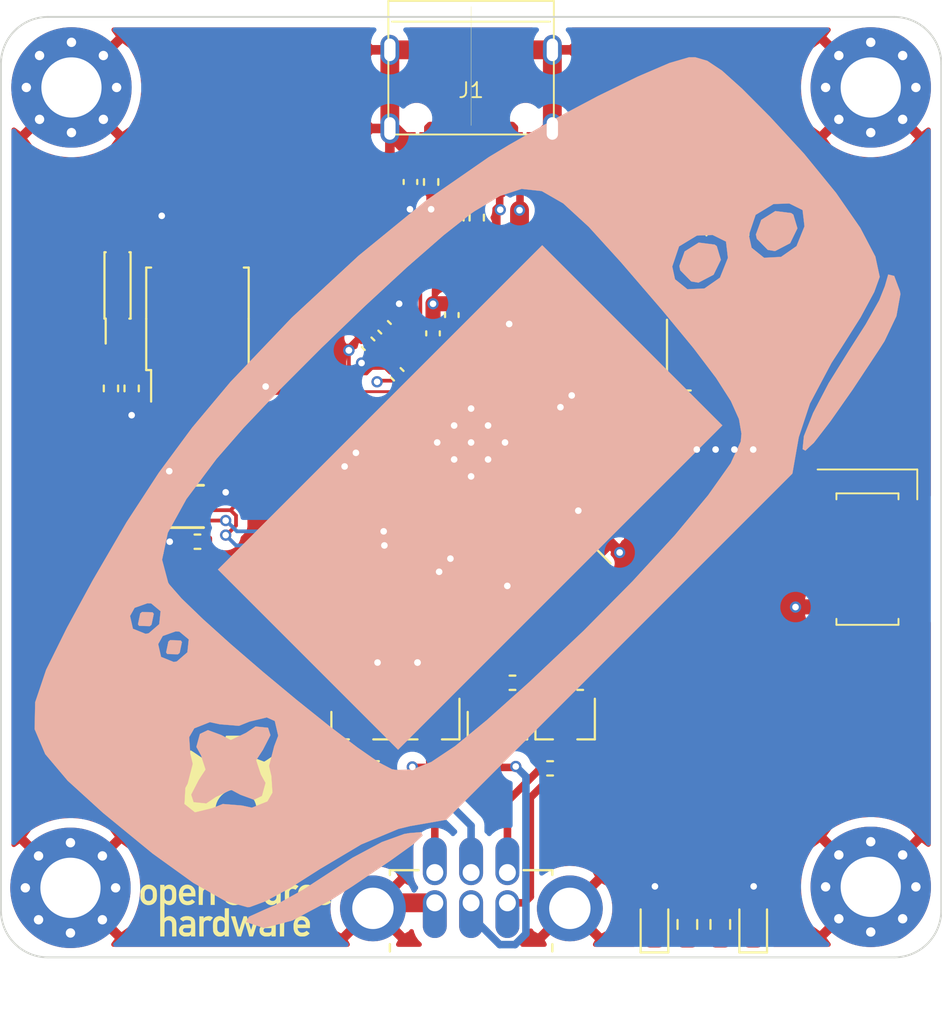
<source format=kicad_pcb>
(kicad_pcb (version 20171130) (host pcbnew 5.1.10)
  (layers (0 F.Cu signal) (1 In1.Cu power) (2 In2.Cu power) (31 B.Cu signal) (34 B.Paste user) (35 F.Paste user) (36 B.SilkS user) (37 F.SilkS user) (38 B.Mask user) (39 F.Mask user) (44 Edge.Cuts user))
  (net 0 "")
  (net 1 GND)
  (net 2 +3V3)
  (net 3 /XOUT)
  (net 4 +1V1)
  (net 5 /VBUS)
  (net 6 /LED0)
  (net 7 /LED1)
  (net 8 /GB_SI)
  (net 9 /GB_SC)
  (net 10 /GB_SO)
  (net 11 /GB_SD)
  (net 12 /~USB_BOOT)
  (net 13 /SPI0_TX)
  (net 14 /SPI0_SCK)
  (net 15 /SPI0_RX)
  (net 16 /SPI0_CSN)
  (net 17 +5V)
  (net 18 /XIN)
  (net 19 /USB_D+)
  (net 20 /USB_D-)
  (net 21 /QSPI_SS)
  (net 22 /I2C0_SDA)
  (net 23 /I2C0_SCL)
  (net 24 /QSPI_SD3)
  (net 25 /QSPI_SD2)
  (net 26 /QSPI_SD1)
  (net 27 "Net-(C2-Pad1)")
  (net 28 "Net-(J1-PadA5)")
  (net 29 "Net-(J1-PadB5)")
  (net 30 "Net-(D1-Pad1)")
  (net 31 "Net-(D2-Pad1)")
  (net 32 /MCU_USB_D+)
  (net 33 /MCU_USB_D-)
  (net 34 /SWCLK)
  (net 35 /SWD)
  (module Connector_GBA:gba-logo (layer B.Cu) (at 44.35 44.95 45)
    (fp_text reference G*** hide)
    (fp_text value LOGO hide)
  )
  (module Connector_GBA:opensourcehardware (layer F.Cu) (at 32.5 63.55)
    (fp_text reference G*** hide)
    (fp_text value LOGO hide)
  )
  (module Connector_SWD:20021221-00010C4LF (layer F.Cu) (at 66.075 48.825 270)
    (fp_text reference J4)
    (fp_text value SWD)
    (pad 10 smd rect (at 2.54 -1.78 270) (size 0.76 2.05) (layers F.Cu F.Paste F.Mask))
    (pad 9 smd rect (at 2.54 1.78 270) (size 0.76 2.05) (layers F.Cu F.Paste F.Mask) (net 1 GND))
    (pad 8 smd rect (at 1.27 -1.78 270) (size 0.76 2.05) (layers F.Cu F.Paste F.Mask))
    (pad 7 smd rect (at 1.27 1.78 270) (size 0.76 2.05) (layers F.Cu F.Paste F.Mask))
    (pad 6 smd rect (at 0 -1.78 270) (size 0.76 2.05) (layers F.Cu F.Paste F.Mask))
    (pad 5 smd rect (at 0 1.78 270) (size 0.76 2.05) (layers F.Cu F.Paste F.Mask) (net 1 GND))
    (pad 4 smd rect (at -1.27 -1.78 270) (size 0.76 2.05) (layers F.Cu F.Paste F.Mask) (net 34 /SWCLK))
    (pad 3 smd rect (at -1.27 1.78 270) (size 0.76 2.05) (layers F.Cu F.Paste F.Mask) (net 1 GND))
    (pad 2 smd rect (at -2.54 -1.78 270) (size 0.76 2.05) (layers F.Cu F.Paste F.Mask) (net 35 /SWD))
    (pad 1 smd rect (at -2.54 1.78 270) (size 0.76 2.05) (layers F.Cu F.Paste F.Mask))
  )
  (module Capacitor_SMD:C_0805_2012Metric (layer F.Cu) (at 58.25 31.35 90)
    (fp_text reference C9)
    (fp_text value 10u)
    (pad 2 smd roundrect (at 0.95 0 90) (size 1 1.45) (layers F.Cu F.Paste F.Mask) (net 1 GND))
    (pad 1 smd roundrect (at -0.95 0 90) (size 1 1.45) (layers F.Cu F.Paste F.Mask) (net 2 +3V3))
  )
  (module Capacitor_SMD:C_0805_2012Metric (layer F.Cu) (at 56.075 31.325 90)
    (fp_text reference C5)
    (fp_text value 10u)
    (pad 2 smd roundrect (at 0.95 0 90) (size 1 1.45) (layers F.Cu F.Paste F.Mask) (net 1 GND))
    (pad 1 smd roundrect (at -0.95 0 90) (size 1 1.45) (layers F.Cu F.Paste F.Mask) (net 5 /VBUS))
  )
  (module MountingHole:MountingHole_3.2mm_M3_Pad_Via (layer F.Cu) (at 23.697056 66.302944)
    (fp_text reference H4)
    (fp_text value MountingHole_Pad)
    (pad 1 thru_hole circle (at 1.697056 -1.697056) (size 0.8 0.8) (drill 0.5) (layers *.Cu *.Mask) (net 1 GND))
    (pad 1 thru_hole circle (at 0 -2.4) (size 0.8 0.8) (drill 0.5) (layers *.Cu *.Mask) (net 1 GND))
    (pad 1 thru_hole circle (at -1.697056 -1.697056) (size 0.8 0.8) (drill 0.5) (layers *.Cu *.Mask) (net 1 GND))
    (pad 1 thru_hole circle (at -2.4 0) (size 0.8 0.8) (drill 0.5) (layers *.Cu *.Mask) (net 1 GND))
    (pad 1 thru_hole circle (at -1.697056 1.697056) (size 0.8 0.8) (drill 0.5) (layers *.Cu *.Mask) (net 1 GND))
    (pad 1 thru_hole circle (at 0 2.4) (size 0.8 0.8) (drill 0.5) (layers *.Cu *.Mask) (net 1 GND))
    (pad 1 thru_hole circle (at 1.697056 1.697056) (size 0.8 0.8) (drill 0.5) (layers *.Cu *.Mask) (net 1 GND))
    (pad 1 thru_hole circle (at 2.4 0) (size 0.8 0.8) (drill 0.5) (layers *.Cu *.Mask) (net 1 GND))
    (pad 1 thru_hole circle (at 0 0) (size 6.4 6.4) (drill 3.2) (layers *.Cu *.Mask) (net 1 GND))
  )
  (module MountingHole:MountingHole_3.2mm_M3_Pad_Via (layer F.Cu) (at 66.25 66.25)
    (fp_text reference H3)
    (fp_text value MountingHole_Pad)
    (pad 1 thru_hole circle (at 1.697056 -1.697056) (size 0.8 0.8) (drill 0.5) (layers *.Cu *.Mask) (net 1 GND))
    (pad 1 thru_hole circle (at 0 -2.4) (size 0.8 0.8) (drill 0.5) (layers *.Cu *.Mask) (net 1 GND))
    (pad 1 thru_hole circle (at -1.697056 -1.697056) (size 0.8 0.8) (drill 0.5) (layers *.Cu *.Mask) (net 1 GND))
    (pad 1 thru_hole circle (at -2.4 0) (size 0.8 0.8) (drill 0.5) (layers *.Cu *.Mask) (net 1 GND))
    (pad 1 thru_hole circle (at -1.697056 1.697056) (size 0.8 0.8) (drill 0.5) (layers *.Cu *.Mask) (net 1 GND))
    (pad 1 thru_hole circle (at 0 2.4) (size 0.8 0.8) (drill 0.5) (layers *.Cu *.Mask) (net 1 GND))
    (pad 1 thru_hole circle (at 1.697056 1.697056) (size 0.8 0.8) (drill 0.5) (layers *.Cu *.Mask) (net 1 GND))
    (pad 1 thru_hole circle (at 2.4 0) (size 0.8 0.8) (drill 0.5) (layers *.Cu *.Mask) (net 1 GND))
    (pad 1 thru_hole circle (at 0 0) (size 6.4 6.4) (drill 3.2) (layers *.Cu *.Mask) (net 1 GND))
  )
  (module MountingHole:MountingHole_3.2mm_M3_Pad_Via (layer F.Cu) (at 66.25 23.75)
    (fp_text reference H2)
    (fp_text value MountingHole_Pad)
    (pad 1 thru_hole circle (at 1.697056 -1.697056) (size 0.8 0.8) (drill 0.5) (layers *.Cu *.Mask) (net 1 GND))
    (pad 1 thru_hole circle (at 0 -2.4) (size 0.8 0.8) (drill 0.5) (layers *.Cu *.Mask) (net 1 GND))
    (pad 1 thru_hole circle (at -1.697056 -1.697056) (size 0.8 0.8) (drill 0.5) (layers *.Cu *.Mask) (net 1 GND))
    (pad 1 thru_hole circle (at -2.4 0) (size 0.8 0.8) (drill 0.5) (layers *.Cu *.Mask) (net 1 GND))
    (pad 1 thru_hole circle (at -1.697056 1.697056) (size 0.8 0.8) (drill 0.5) (layers *.Cu *.Mask) (net 1 GND))
    (pad 1 thru_hole circle (at 0 2.4) (size 0.8 0.8) (drill 0.5) (layers *.Cu *.Mask) (net 1 GND))
    (pad 1 thru_hole circle (at 1.697056 1.697056) (size 0.8 0.8) (drill 0.5) (layers *.Cu *.Mask) (net 1 GND))
    (pad 1 thru_hole circle (at 2.4 0) (size 0.8 0.8) (drill 0.5) (layers *.Cu *.Mask) (net 1 GND))
    (pad 1 thru_hole circle (at 0 0) (size 6.4 6.4) (drill 3.2) (layers *.Cu *.Mask) (net 1 GND))
  )
  (module MountingHole:MountingHole_3.2mm_M3_Pad_Via (layer F.Cu) (at 23.75 23.75)
    (fp_text reference H1)
    (fp_text value MountingHole_Pad)
    (pad 1 thru_hole circle (at 1.697056 -1.697056) (size 0.8 0.8) (drill 0.5) (layers *.Cu *.Mask) (net 1 GND))
    (pad 1 thru_hole circle (at 0 -2.4) (size 0.8 0.8) (drill 0.5) (layers *.Cu *.Mask) (net 1 GND))
    (pad 1 thru_hole circle (at -1.697056 -1.697056) (size 0.8 0.8) (drill 0.5) (layers *.Cu *.Mask) (net 1 GND))
    (pad 1 thru_hole circle (at -2.4 0) (size 0.8 0.8) (drill 0.5) (layers *.Cu *.Mask) (net 1 GND))
    (pad 1 thru_hole circle (at -1.697056 1.697056) (size 0.8 0.8) (drill 0.5) (layers *.Cu *.Mask) (net 1 GND))
    (pad 1 thru_hole circle (at 0 2.4) (size 0.8 0.8) (drill 0.5) (layers *.Cu *.Mask) (net 1 GND))
    (pad 1 thru_hole circle (at 1.697056 1.697056) (size 0.8 0.8) (drill 0.5) (layers *.Cu *.Mask) (net 1 GND))
    (pad 1 thru_hole circle (at 2.4 0) (size 0.8 0.8) (drill 0.5) (layers *.Cu *.Mask) (net 1 GND))
    (pad 1 thru_hole circle (at 0 0) (size 6.4 6.4) (drill 3.2) (layers *.Cu *.Mask) (net 1 GND))
  )
  (module Capacitor_SMD:C_0402_1005Metric (layer F.Cu) (at 47.884746 51.237437 135)
    (fp_text reference C2)
    (fp_text value 12p)
    (pad 1 smd roundrect (at -0.48 0 135) (size 0.56 0.62) (layers F.Cu F.Paste F.Mask) (net 27 "Net-(C2-Pad1)"))
    (pad 2 smd roundrect (at 0.48 0 135) (size 0.56 0.62) (layers F.Cu F.Paste F.Mask) (net 1 GND))
  )
  (module Capacitor_SMD:C_0402_1005Metric (layer F.Cu) (at 41.075 39 135)
    (fp_text reference C3)
    (fp_text value 100n)
    (pad 1 smd roundrect (at -0.48 0 135) (size 0.56 0.62) (layers F.Cu F.Paste F.Mask) (net 4 +1V1))
    (pad 2 smd roundrect (at 0.48 0 135) (size 0.56 0.62) (layers F.Cu F.Paste F.Mask) (net 1 GND))
  )
  (module Capacitor_SMD:C_0402_1005Metric (layer F.Cu) (at 52.475 46.625 315)
    (fp_text reference C4)
    (fp_text value 100n)
    (pad 2 smd roundrect (at 0.48 0 315) (size 0.56 0.62) (layers F.Cu F.Paste F.Mask) (net 1 GND))
    (pad 1 smd roundrect (at -0.48 0 315) (size 0.56 0.62) (layers F.Cu F.Paste F.Mask) (net 4 +1V1))
  )
  (module Capacitor_SMD:C_0402_1005Metric (layer F.Cu) (at 42.975 36.825 270)
    (fp_text reference C6)
    (fp_text value 2u2)
    (pad 2 smd roundrect (at 0.48 0 270) (size 0.56 0.62) (layers F.Cu F.Paste F.Mask) (net 4 +1V1))
    (pad 1 smd roundrect (at -0.48 0 270) (size 0.56 0.62) (layers F.Cu F.Paste F.Mask) (net 1 GND))
  )
  (module Capacitor_SMD:C_0402_1005Metric (layer F.Cu) (at 43.975 35.85 270)
    (fp_text reference C7)
    (fp_text value 1u)
    (pad 1 smd roundrect (at -0.48 0 270) (size 0.56 0.62) (layers F.Cu F.Paste F.Mask) (net 1 GND))
    (pad 2 smd roundrect (at 0.48 0 270) (size 0.56 0.62) (layers F.Cu F.Paste F.Mask) (net 2 +3V3))
  )
  (module Capacitor_SMD:C_0402_1005Metric (layer F.Cu) (at 39.525 37.375 135)
    (fp_text reference C8)
    (fp_text value 100n)
    (pad 2 smd roundrect (at 0.48 0 135) (size 0.56 0.62) (layers F.Cu F.Paste F.Mask) (net 1 GND))
    (pad 1 smd roundrect (at -0.48 0 135) (size 0.56 0.62) (layers F.Cu F.Paste F.Mask) (net 2 +3V3))
  )
  (module Capacitor_SMD:C_0402_1005Metric (layer F.Cu) (at 46.05 35.85 90)
    (fp_text reference C10)
    (fp_text value 100n)
    (pad 1 smd roundrect (at -0.48 0 90) (size 0.56 0.62) (layers F.Cu F.Paste F.Mask) (net 2 +3V3))
    (pad 2 smd roundrect (at 0.48 0 90) (size 0.56 0.62) (layers F.Cu F.Paste F.Mask) (net 1 GND))
  )
  (module Capacitor_SMD:C_0805_2012Metric (layer F.Cu) (at 60.475 31.35 90)
    (fp_text reference C11)
    (fp_text value 10u)
    (pad 1 smd roundrect (at -0.95 0 90) (size 1 1.45) (layers F.Cu F.Paste F.Mask) (net 2 +3V3))
    (pad 2 smd roundrect (at 0.95 0 90) (size 1 1.45) (layers F.Cu F.Paste F.Mask) (net 1 GND))
  )
  (module Capacitor_SMD:C_0402_1005Metric (layer F.Cu) (at 49.213856 39.675126 45)
    (fp_text reference C12)
    (fp_text value 100n)
    (pad 2 smd roundrect (at 0.48 0 45) (size 0.56 0.62) (layers F.Cu F.Paste F.Mask) (net 1 GND))
    (pad 1 smd roundrect (at -0.48 0 45) (size 0.56 0.62) (layers F.Cu F.Paste F.Mask) (net 2 +3V3))
  )
  (module Capacitor_SMD:C_0402_1005Metric (layer F.Cu) (at 49.15 46.125 315)
    (fp_text reference C13)
    (fp_text value 100n)
    (pad 1 smd roundrect (at -0.48 0 315) (size 0.56 0.62) (layers F.Cu F.Paste F.Mask) (net 2 +3V3))
    (pad 2 smd roundrect (at 0.48 0 315) (size 0.56 0.62) (layers F.Cu F.Paste F.Mask) (net 1 GND))
  )
  (module Capacitor_SMD:C_0402_1005Metric (layer F.Cu) (at 42.825 48.4 225)
    (fp_text reference C14)
    (fp_text value 100n)
    (pad 2 smd roundrect (at 0.48 0 225) (size 0.56 0.62) (layers F.Cu F.Paste F.Mask) (net 1 GND))
    (pad 1 smd roundrect (at -0.48 0 225) (size 0.56 0.62) (layers F.Cu F.Paste F.Mask) (net 2 +3V3))
  )
  (module Capacitor_SMD:C_0402_1005Metric (layer F.Cu) (at 39.208295 44.165254 225)
    (fp_text reference C15)
    (fp_text value 100n)
    (pad 1 smd roundrect (at -0.48 0 225) (size 0.56 0.62) (layers F.Cu F.Paste F.Mask) (net 2 +3V3))
    (pad 2 smd roundrect (at 0.48 0 225) (size 0.56 0.62) (layers F.Cu F.Paste F.Mask) (net 1 GND))
  )
  (module Capacitor_SMD:C_0402_1005Metric (layer F.Cu) (at 40.4 36.5 135)
    (fp_text reference C16)
    (fp_text value 100n)
    (pad 2 smd roundrect (at 0.48 0 135) (size 0.56 0.62) (layers F.Cu F.Paste F.Mask) (net 1 GND))
    (pad 1 smd roundrect (at -0.48 0 135) (size 0.56 0.62) (layers F.Cu F.Paste F.Mask) (net 2 +3V3))
  )
  (module Capacitor_SMD:C_0402_1005Metric (layer F.Cu) (at 28.475 48.875 180)
    (fp_text reference C17)
    (fp_text value 100n)
    (pad 1 smd roundrect (at -0.48 0 180) (size 0.56 0.62) (layers F.Cu F.Paste F.Mask) (net 2 +3V3))
    (pad 2 smd roundrect (at 0.48 0 180) (size 0.56 0.62) (layers F.Cu F.Paste F.Mask) (net 1 GND))
  )
  (module Capacitor_SMD:C_0402_1005Metric (layer F.Cu) (at 41.775 28.775 90)
    (fp_text reference C18)
    (fp_text value 100n)
    (pad 1 smd roundrect (at -0.48 0 90) (size 0.56 0.62) (layers F.Cu F.Paste F.Mask) (net 2 +3V3))
    (pad 2 smd roundrect (at 0.48 0 90) (size 0.56 0.62) (layers F.Cu F.Paste F.Mask) (net 1 GND))
  )
  (module LED_SMD:LED_0603_1608Metric (layer F.Cu) (at 60 68.25 90)
    (fp_text reference D1)
    (fp_text value RED)
    (pad 1 smd roundrect (at -0.7875 0 90) (size 0.875 0.95) (layers F.Cu F.Paste F.Mask) (net 30 "Net-(D1-Pad1)"))
    (pad 2 smd roundrect (at 0.7875 0 90) (size 0.875 0.95) (layers F.Cu F.Paste F.Mask) (net 2 +3V3))
  )
  (module LED_SMD:LED_0603_1608Metric (layer F.Cu) (at 54.75 68.25 90)
    (fp_text reference D2)
    (fp_text value RED)
    (pad 2 smd roundrect (at 0.7875 0 90) (size 0.875 0.95) (layers F.Cu F.Paste F.Mask) (net 2 +3V3))
    (pad 1 smd roundrect (at -0.7875 0 90) (size 0.875 0.95) (layers F.Cu F.Paste F.Mask) (net 31 "Net-(D2-Pad1)"))
  )
  (module Connector_PinHeader_1.27mm:PinHeader_2x01_P1.27mm_Vertical_SMD (layer F.Cu) (at 26.2 34.275 90)
    (fp_text reference J2)
    (fp_text value Conn_01x02)
    (pad 1 smd rect (at -1.95 0 90) (size 2.4 0.74) (layers F.Cu F.Paste F.Mask) (net 1 GND))
    (pad 2 smd rect (at 1.95 0 90) (size 2.4 0.74) (layers F.Cu F.Paste F.Mask) (net 12 /~USB_BOOT))
  )
  (module Connector_GBA:GBA-LINK (layer F.Cu) (at 45 65.49)
    (fp_text reference J3)
    (fp_text value GBA-LINK)
    (pad 1 thru_hole oval (at 1.93 0) (size 1.27 2.54) (drill 0.9 (offset 0 -0.6)) (layers *.Cu *.Mask) (net 17 +5V))
    (pad 3 thru_hole oval (at 0 0) (size 1.27 2.54) (drill 0.9 (offset 0 -0.6)) (layers *.Cu *.Mask) (net 8 /GB_SI))
    (pad 5 thru_hole oval (at -1.93 0) (size 1.27 2.54) (drill 0.9 (offset 0 -0.6)) (layers *.Cu *.Mask) (net 9 /GB_SC))
    (pad 2 thru_hole oval (at 1.93 1.61) (size 1.27 2.54) (drill 0.9 (offset 0 0.6)) (layers *.Cu *.Mask) (net 10 /GB_SO))
    (pad 4 thru_hole oval (at 0 1.61) (size 1.27 2.54) (drill 0.9 (offset 0 0.6)) (layers *.Cu *.Mask) (net 11 /GB_SD))
    (pad 6 thru_hole oval (at -1.93 1.61) (size 1.27 2.54) (drill 0.9 (offset 0 0.6)) (layers *.Cu *.Mask) (net 1 GND))
    (pad 8 thru_hole circle (at 5.25 1.905) (size 3.5 3.5) (drill 2.2) (layers *.Cu *.Mask) (net 1 GND))
    (pad 7 thru_hole circle (at -5.22 1.905) (size 3.5 3.5) (drill 2.2) (layers *.Cu *.Mask) (net 1 GND))
  )
  (module Package_TO_SOT_SMD:SOT-23 (layer F.Cu) (at 42.8 57.65 270)
    (fp_text reference Q1)
    (fp_text value BSS138)
    (pad 3 smd rect (at 1 0 270) (size 0.9 0.8) (layers F.Cu F.Paste F.Mask) (net 8 /GB_SI))
    (pad 2 smd rect (at -1 0.95 270) (size 0.9 0.8) (layers F.Cu F.Paste F.Mask) (net 13 /SPI0_TX))
    (pad 1 smd rect (at -1 -0.95 270) (size 0.9 0.8) (layers F.Cu F.Paste F.Mask) (net 2 +3V3))
  )
  (module Package_TO_SOT_SMD:SOT-23 (layer F.Cu) (at 39.15 57.650001 270)
    (fp_text reference Q2)
    (fp_text value BSS138)
    (pad 3 smd rect (at 1 0 270) (size 0.9 0.8) (layers F.Cu F.Paste F.Mask) (net 9 /GB_SC))
    (pad 2 smd rect (at -1 0.95 270) (size 0.9 0.8) (layers F.Cu F.Paste F.Mask) (net 14 /SPI0_SCK))
    (pad 1 smd rect (at -1 -0.95 270) (size 0.9 0.8) (layers F.Cu F.Paste F.Mask) (net 2 +3V3))
  )
  (module Package_TO_SOT_SMD:SOT-23 (layer F.Cu) (at 50 57.65 270)
    (fp_text reference Q3)
    (fp_text value BSS138)
    (pad 1 smd rect (at -1 -0.95 270) (size 0.9 0.8) (layers F.Cu F.Paste F.Mask) (net 2 +3V3))
    (pad 2 smd rect (at -1 0.95 270) (size 0.9 0.8) (layers F.Cu F.Paste F.Mask) (net 15 /SPI0_RX))
    (pad 3 smd rect (at 1 0 270) (size 0.9 0.8) (layers F.Cu F.Paste F.Mask) (net 10 /GB_SO))
  )
  (module Package_TO_SOT_SMD:SOT-23 (layer F.Cu) (at 46.4 57.650001 270)
    (fp_text reference Q4)
    (fp_text value BSS138)
    (pad 1 smd rect (at -1 -0.95 270) (size 0.9 0.8) (layers F.Cu F.Paste F.Mask) (net 2 +3V3))
    (pad 2 smd rect (at -1 0.95 270) (size 0.9 0.8) (layers F.Cu F.Paste F.Mask) (net 16 /SPI0_CSN))
    (pad 3 smd rect (at 1 0 270) (size 0.9 0.8) (layers F.Cu F.Paste F.Mask) (net 11 /GB_SD))
  )
  (module Resistor_SMD:R_0402_1005Metric (layer F.Cu) (at 47.97642 46.993681 315)
    (fp_text reference R1)
    (fp_text value 1k)
    (pad 1 smd roundrect (at -0.51 0 315) (size 0.54 0.64) (layers F.Cu F.Paste F.Mask) (net 18 /XIN))
    (pad 2 smd roundrect (at 0.51 0 315) (size 0.54 0.64) (layers F.Cu F.Paste F.Mask) (net 27 "Net-(C2-Pad1)"))
  )
  (module Resistor_SMD:R_0402_1005Metric (layer F.Cu) (at 42.875 28.775 270)
    (fp_text reference R2)
    (fp_text value 5.11k)
    (pad 2 smd roundrect (at 0.51 0 270) (size 0.54 0.64) (layers F.Cu F.Paste F.Mask) (net 1 GND))
    (pad 1 smd roundrect (at -0.51 0 270) (size 0.54 0.64) (layers F.Cu F.Paste F.Mask) (net 29 "Net-(J1-PadB5)"))
  )
  (module Resistor_SMD:R_0402_1005Metric (layer F.Cu) (at 46.52 28.8 90)
    (fp_text reference R3)
    (fp_text value 5.11k)
    (pad 2 smd roundrect (at 0.51 0 90) (size 0.54 0.64) (layers F.Cu F.Paste F.Mask) (net 28 "Net-(J1-PadA5)"))
    (pad 1 smd roundrect (at -0.51 0 90) (size 0.54 0.64) (layers F.Cu F.Paste F.Mask) (net 1 GND))
  )
  (module Resistor_SMD:R_0603_1608Metric (layer F.Cu) (at 58.25 68.25 270)
    (fp_text reference R4)
    (fp_text value 470)
    (pad 1 smd roundrect (at -0.825 0 270) (size 0.8 0.95) (layers F.Cu F.Paste F.Mask) (net 6 /LED0))
    (pad 2 smd roundrect (at 0.825 0 270) (size 0.8 0.95) (layers F.Cu F.Paste F.Mask) (net 30 "Net-(D1-Pad1)"))
  )
  (module Resistor_SMD:R_0603_1608Metric (layer F.Cu) (at 56.5 68.25 270)
    (fp_text reference R5)
    (fp_text value 470)
    (pad 2 smd roundrect (at 0.825 0 270) (size 0.8 0.95) (layers F.Cu F.Paste F.Mask) (net 31 "Net-(D2-Pad1)"))
    (pad 1 smd roundrect (at -0.825 0 270) (size 0.8 0.95) (layers F.Cu F.Paste F.Mask) (net 7 /LED1))
  )
  (module Resistor_SMD:R_0402_1005Metric (layer F.Cu) (at 44.22 30.67 270)
    (fp_text reference R6)
    (fp_text value 27)
    (pad 2 smd roundrect (at 0.51 0 270) (size 0.54 0.64) (layers F.Cu F.Paste F.Mask) (net 32 /MCU_USB_D+))
    (pad 1 smd roundrect (at -0.51 0 270) (size 0.54 0.64) (layers F.Cu F.Paste F.Mask) (net 19 /USB_D+))
  )
  (module Resistor_SMD:R_0402_1005Metric (layer F.Cu) (at 45.3 30.67 270)
    (fp_text reference R7)
    (fp_text value 27)
    (pad 1 smd roundrect (at -0.51 0 270) (size 0.54 0.64) (layers F.Cu F.Paste F.Mask) (net 20 /USB_D-))
    (pad 2 smd roundrect (at 0.51 0 270) (size 0.54 0.64) (layers F.Cu F.Paste F.Mask) (net 33 /MCU_USB_D-))
  )
  (module Resistor_SMD:R_0402_1005Metric (layer F.Cu) (at 25.85 39.75 270)
    (fp_text reference R8)
    (fp_text value 1k)
    (pad 2 smd roundrect (at 0.51 0 270) (size 0.54 0.64) (layers F.Cu F.Paste F.Mask) (net 12 /~USB_BOOT))
    (pad 1 smd roundrect (at -0.51 0 270) (size 0.54 0.64) (layers F.Cu F.Paste F.Mask) (net 21 /QSPI_SS))
  )
  (module Resistor_SMD:R_0402_1005Metric (layer F.Cu) (at 26.95 39.75 90)
    (fp_text reference R9)
    (fp_text value DNF)
    (pad 1 smd roundrect (at -0.51 0 90) (size 0.54 0.64) (layers F.Cu F.Paste F.Mask) (net 2 +3V3))
    (pad 2 smd roundrect (at 0.51 0 90) (size 0.54 0.64) (layers F.Cu F.Paste F.Mask) (net 21 /QSPI_SS))
  )
  (module Resistor_SMD:R_0402_1005Metric (layer F.Cu) (at 43.6 55.399999 180)
    (fp_text reference R10)
    (fp_text value 10k)
    (pad 1 smd roundrect (at -0.51 0 180) (size 0.54 0.64) (layers F.Cu F.Paste F.Mask) (net 2 +3V3))
    (pad 2 smd roundrect (at 0.51 0 180) (size 0.54 0.64) (layers F.Cu F.Paste F.Mask) (net 13 /SPI0_TX))
  )
  (module Resistor_SMD:R_0402_1005Metric (layer F.Cu) (at 39.95 55.4 180)
    (fp_text reference R11)
    (fp_text value 10k)
    (pad 2 smd roundrect (at 0.51 0 180) (size 0.54 0.64) (layers F.Cu F.Paste F.Mask) (net 14 /SPI0_SCK))
    (pad 1 smd roundrect (at -0.51 0 180) (size 0.54 0.64) (layers F.Cu F.Paste F.Mask) (net 2 +3V3))
  )
  (module Resistor_SMD:R_0402_1005Metric (layer F.Cu) (at 43.6 59.9 180)
    (fp_text reference R12)
    (fp_text value 10k)
    (pad 1 smd roundrect (at -0.51 0 180) (size 0.54 0.64) (layers F.Cu F.Paste F.Mask) (net 17 +5V))
    (pad 2 smd roundrect (at 0.51 0 180) (size 0.54 0.64) (layers F.Cu F.Paste F.Mask) (net 8 /GB_SI))
  )
  (module Resistor_SMD:R_0402_1005Metric (layer F.Cu) (at 39.940001 59.95 180)
    (fp_text reference R13)
    (fp_text value 10k)
    (pad 1 smd roundrect (at -0.51 0 180) (size 0.54 0.64) (layers F.Cu F.Paste F.Mask) (net 17 +5V))
    (pad 2 smd roundrect (at 0.51 0 180) (size 0.54 0.64) (layers F.Cu F.Paste F.Mask) (net 9 /GB_SC))
  )
  (module Resistor_SMD:R_0402_1005Metric (layer F.Cu) (at 50.8 55.399999 180)
    (fp_text reference R14)
    (fp_text value 10k)
    (pad 2 smd roundrect (at 0.51 0 180) (size 0.54 0.64) (layers F.Cu F.Paste F.Mask) (net 15 /SPI0_RX))
    (pad 1 smd roundrect (at -0.51 0 180) (size 0.54 0.64) (layers F.Cu F.Paste F.Mask) (net 2 +3V3))
  )
  (module Resistor_SMD:R_0402_1005Metric (layer F.Cu) (at 47.2 55.4 180)
    (fp_text reference R15)
    (fp_text value 10k)
    (pad 2 smd roundrect (at 0.51 0 180) (size 0.54 0.64) (layers F.Cu F.Paste F.Mask) (net 16 /SPI0_CSN))
    (pad 1 smd roundrect (at -0.51 0 180) (size 0.54 0.64) (layers F.Cu F.Paste F.Mask) (net 2 +3V3))
  )
  (module Resistor_SMD:R_0402_1005Metric (layer F.Cu) (at 30.45 47.9)
    (fp_text reference R16)
    (fp_text value 10k)
    (pad 1 smd roundrect (at -0.51 0) (size 0.54 0.64) (layers F.Cu F.Paste F.Mask) (net 2 +3V3))
    (pad 2 smd roundrect (at 0.51 0) (size 0.54 0.64) (layers F.Cu F.Paste F.Mask) (net 22 /I2C0_SDA))
  )
  (module Resistor_SMD:R_0402_1005Metric (layer F.Cu) (at 30.45 44.15)
    (fp_text reference R17)
    (fp_text value 10k)
    (pad 2 smd roundrect (at 0.51 0) (size 0.54 0.64) (layers F.Cu F.Paste F.Mask) (net 23 /I2C0_SCL))
    (pad 1 smd roundrect (at -0.51 0) (size 0.54 0.64) (layers F.Cu F.Paste F.Mask) (net 2 +3V3))
  )
  (module Resistor_SMD:R_0402_1005Metric (layer F.Cu) (at 49.2 59.95)
    (fp_text reference R18)
    (fp_text value 10k)
    (pad 1 smd roundrect (at -0.51 0) (size 0.54 0.64) (layers F.Cu F.Paste F.Mask) (net 17 +5V))
    (pad 2 smd roundrect (at 0.51 0) (size 0.54 0.64) (layers F.Cu F.Paste F.Mask) (net 10 /GB_SO))
  )
  (module Resistor_SMD:R_0402_1005Metric (layer F.Cu) (at 45.575 59.9)
    (fp_text reference R19)
    (fp_text value 10k)
    (pad 1 smd roundrect (at -0.51 0) (size 0.54 0.64) (layers F.Cu F.Paste F.Mask) (net 17 +5V))
    (pad 2 smd roundrect (at 0.51 0) (size 0.54 0.64) (layers F.Cu F.Paste F.Mask) (net 11 /GB_SD))
  )
  (module Package_TO_SOT_SMD:SOT-223-3_TabPin2 (layer F.Cu) (at 58.825 37.95 270)
    (fp_text reference U1)
    (fp_text value NCP1117-3.3_SOT223)
    (pad 2 smd rect (at 3.15 0 270) (size 2 3.8) (layers F.Cu F.Paste F.Mask) (net 2 +3V3))
    (pad 2 smd rect (at -3.15 0 270) (size 2 1.5) (layers F.Cu F.Paste F.Mask) (net 2 +3V3))
    (pad 3 smd rect (at -3.15 2.3 270) (size 2 1.5) (layers F.Cu F.Paste F.Mask) (net 5 /VBUS))
    (pad 1 smd rect (at -3.15 -2.3 270) (size 2 1.5) (layers F.Cu F.Paste F.Mask) (net 1 GND))
  )
  (module rp2048:RP2040-QFN-56 (layer F.Cu) (at 45 42.625 45)
    (fp_text reference U2)
    (fp_text value RP2040)
    (pad 57 smd roundrect (at 0 0 45) (size 3.2 3.2) (layers F.Cu F.Mask) (roundrect_rratio 0.045) (net 1 GND))
    (pad 57 thru_hole circle (at -1.275 -1.275 45) (size 0.6 0.6) (drill 0.35) (layers *.Cu) (net 1 GND))
    (pad 57 thru_hole circle (at 0 -1.275 45) (size 0.6 0.6) (drill 0.35) (layers *.Cu) (net 1 GND))
    (pad 57 thru_hole circle (at 1.275 -1.275 45) (size 0.6 0.6) (drill 0.35) (layers *.Cu) (net 1 GND))
    (pad 57 thru_hole circle (at -1.275 0 45) (size 0.6 0.6) (drill 0.35) (layers *.Cu) (net 1 GND))
    (pad 57 thru_hole circle (at 0 0 45) (size 0.6 0.6) (drill 0.35) (layers *.Cu) (net 1 GND))
    (pad 57 thru_hole circle (at 1.275 0 45) (size 0.6 0.6) (drill 0.35) (layers *.Cu) (net 1 GND))
    (pad 57 thru_hole circle (at -1.275 1.275 45) (size 0.6 0.6) (drill 0.35) (layers *.Cu) (net 1 GND))
    (pad 57 thru_hole circle (at 0 1.275 45) (size 0.6 0.6) (drill 0.35) (layers *.Cu) (net 1 GND))
    (pad 57 thru_hole circle (at 1.275 1.275 45) (size 0.6 0.6) (drill 0.35) (layers *.Cu) (net 1 GND))
    (pad 1 smd roundrect (at -3.4375 -2.6 45) (size 0.875 0.2) (layers F.Cu F.Paste F.Mask) (net 2 +3V3))
    (pad 2 smd roundrect (at -3.4375 -2.2 45) (size 0.875 0.2) (layers F.Cu F.Paste F.Mask) (net 15 /SPI0_RX))
    (pad 3 smd roundrect (at -3.4375 -1.8 45) (size 0.875 0.2) (layers F.Cu F.Paste F.Mask) (net 16 /SPI0_CSN))
    (pad 4 smd roundrect (at -3.4375 -1.4 45) (size 0.875 0.2) (layers F.Cu F.Paste F.Mask) (net 14 /SPI0_SCK))
    (pad 5 smd roundrect (at -3.4375 -1 45) (size 0.875 0.2) (layers F.Cu F.Paste F.Mask) (net 13 /SPI0_TX))
    (pad 6 smd roundrect (at -3.4375 -0.6 45) (size 0.875 0.2) (layers F.Cu F.Paste F.Mask) (net 22 /I2C0_SDA))
    (pad 7 smd roundrect (at -3.4375 -0.2 45) (size 0.875 0.2) (layers F.Cu F.Paste F.Mask) (net 23 /I2C0_SCL))
    (pad 8 smd roundrect (at -3.4375 0.2 45) (size 0.875 0.2) (layers F.Cu F.Paste F.Mask) (net 7 /LED1))
    (pad 9 smd roundrect (at -3.4375 0.6 45) (size 0.875 0.2) (layers F.Cu F.Paste F.Mask) (net 6 /LED0))
    (pad 10 smd roundrect (at -3.4375 1 45) (size 0.875 0.2) (layers F.Cu F.Paste F.Mask) (net 2 +3V3))
    (pad 11 smd roundrect (at -3.4375 1.4 45) (size 0.875 0.2) (layers F.Cu F.Paste F.Mask))
    (pad 12 smd roundrect (at -3.4375 1.8 45) (size 0.875 0.2) (layers F.Cu F.Paste F.Mask))
    (pad 13 smd roundrect (at -3.4375 2.2 45) (size 0.875 0.2) (layers F.Cu F.Paste F.Mask))
    (pad 14 smd roundrect (at -3.4375 2.6 45) (size 0.875 0.2) (layers F.Cu F.Paste F.Mask))
    (pad 15 smd roundrect (at -2.6 3.4375 45) (size 0.2 0.875) (layers F.Cu F.Paste F.Mask))
    (pad 16 smd roundrect (at -2.2 3.4375 45) (size 0.2 0.875) (layers F.Cu F.Paste F.Mask))
    (pad 17 smd roundrect (at -1.8 3.4375 45) (size 0.2 0.875) (layers F.Cu F.Paste F.Mask))
    (pad 18 smd roundrect (at -1.4 3.4375 45) (size 0.2 0.875) (layers F.Cu F.Paste F.Mask))
    (pad 19 smd roundrect (at -1 3.4375 45) (size 0.2 0.875) (layers F.Cu F.Paste F.Mask) (net 1 GND))
    (pad 20 smd roundrect (at -0.6 3.4375 45) (size 0.2 0.875) (layers F.Cu F.Paste F.Mask) (net 18 /XIN))
    (pad 21 smd roundrect (at -0.2 3.4375 45) (size 0.2 0.875) (layers F.Cu F.Paste F.Mask) (net 3 /XOUT))
    (pad 22 smd roundrect (at 0.2 3.4375 45) (size 0.2 0.875) (layers F.Cu F.Paste F.Mask) (net 2 +3V3))
    (pad 23 smd roundrect (at 0.6 3.4375 45) (size 0.2 0.875) (layers F.Cu F.Paste F.Mask) (net 4 +1V1))
    (pad 24 smd roundrect (at 1 3.4375 45) (size 0.2 0.875) (layers F.Cu F.Paste F.Mask) (net 34 /SWCLK))
    (pad 25 smd roundrect (at 1.4 3.4375 45) (size 0.2 0.875) (layers F.Cu F.Paste F.Mask) (net 35 /SWD))
    (pad 26 smd roundrect (at 1.8 3.4375 45) (size 0.2 0.875) (layers F.Cu F.Paste F.Mask) (net 2 +3V3))
    (pad 27 smd roundrect (at 2.2 3.4375 45) (size 0.2 0.875) (layers F.Cu F.Paste F.Mask))
    (pad 28 smd roundrect (at 2.6 3.4375 45) (size 0.2 0.875) (layers F.Cu F.Paste F.Mask))
    (pad 29 smd roundrect (at 3.4375 2.6 45) (size 0.875 0.2) (layers F.Cu F.Paste F.Mask))
    (pad 30 smd roundrect (at 3.4375 2.2 45) (size 0.875 0.2) (layers F.Cu F.Paste F.Mask))
    (pad 31 smd roundrect (at 3.4375 1.8 45) (size 0.875 0.2) (layers F.Cu F.Paste F.Mask))
    (pad 32 smd roundrect (at 3.4375 1.4 45) (size 0.875 0.2) (layers F.Cu F.Paste F.Mask))
    (pad 33 smd roundrect (at 3.4375 1 45) (size 0.875 0.2) (layers F.Cu F.Paste F.Mask) (net 2 +3V3))
    (pad 34 smd roundrect (at 3.4375 0.6 45) (size 0.875 0.2) (layers F.Cu F.Paste F.Mask))
    (pad 35 smd roundrect (at 3.4375 0.2 45) (size 0.875 0.2) (layers F.Cu F.Paste F.Mask))
    (pad 36 smd roundrect (at 3.4375 -0.2 45) (size 0.875 0.2) (layers F.Cu F.Paste F.Mask))
    (pad 37 smd roundrect (at 3.4375 -0.6 45) (size 0.875 0.2) (layers F.Cu F.Paste F.Mask))
    (pad 38 smd roundrect (at 3.4375 -1 45) (size 0.875 0.2) (layers F.Cu F.Paste F.Mask))
    (pad 39 smd roundrect (at 3.4375 -1.4 45) (size 0.875 0.2) (layers F.Cu F.Paste F.Mask))
    (pad 40 smd roundrect (at 3.4375 -1.8 45) (size 0.875 0.2) (layers F.Cu F.Paste F.Mask))
    (pad 41 smd roundrect (at 3.4375 -2.2 45) (size 0.875 0.2) (layers F.Cu F.Paste F.Mask))
    (pad 42 smd roundrect (at 3.4375 -2.6 45) (size 0.875 0.2) (layers F.Cu F.Paste F.Mask) (net 2 +3V3))
    (pad 43 smd roundrect (at 2.6 -3.4375 45) (size 0.2 0.875) (layers F.Cu F.Paste F.Mask) (net 2 +3V3))
    (pad 44 smd roundrect (at 2.2 -3.4375 45) (size 0.2 0.875) (layers F.Cu F.Paste F.Mask) (net 2 +3V3))
    (pad 45 smd roundrect (at 1.8 -3.4375 45) (size 0.2 0.875) (layers F.Cu F.Paste F.Mask) (net 4 +1V1))
    (pad 46 smd roundrect (at 1.4 -3.4375 45) (size 0.2 0.875) (layers F.Cu F.Paste F.Mask) (net 33 /MCU_USB_D-))
    (pad 47 smd roundrect (at 1 -3.4375 45) (size 0.2 0.875) (layers F.Cu F.Paste F.Mask) (net 32 /MCU_USB_D+))
    (pad 48 smd roundrect (at 0.6 -3.4375 45) (size 0.2 0.875) (layers F.Cu F.Paste F.Mask) (net 2 +3V3))
    (pad 49 smd roundrect (at 0.2 -3.4375 45) (size 0.2 0.875) (layers F.Cu F.Paste F.Mask) (net 2 +3V3))
    (pad 50 smd roundrect (at -0.2 -3.4375 45) (size 0.2 0.875) (layers F.Cu F.Paste F.Mask) (net 4 +1V1))
    (pad 51 smd roundrect (at -0.6 -3.4375 45) (size 0.2 0.875) (layers F.Cu F.Paste F.Mask) (net 24 /QSPI_SD3))
    (pad 52 smd roundrect (at -1 -3.4375 45) (size 0.2 0.875) (layers F.Cu F.Paste F.Mask))
    (pad 53 smd roundrect (at -1.4 -3.4375 45) (size 0.2 0.875) (layers F.Cu F.Paste F.Mask))
    (pad 54 smd roundrect (at -1.8 -3.4375 45) (size 0.2 0.875) (layers F.Cu F.Paste F.Mask) (net 25 /QSPI_SD2))
    (pad 55 smd roundrect (at -2.2 -3.4375 45) (size 0.2 0.875) (layers F.Cu F.Paste F.Mask) (net 26 /QSPI_SD1))
    (pad 56 smd roundrect (at -2.6 -3.4375 45) (size 0.2 0.875) (layers F.Cu F.Paste F.Mask) (net 21 /QSPI_SS))
  )
  (module Package_DFN_QFN:DFN-8-1EP_3x2mm_P0.5mm_EP1.3x1.5mm (layer F.Cu) (at 29.275 46.025)
    (fp_text reference U3)
    (fp_text value ATECC608A-MAHDA)
    (pad 1 smd rect (at -1.45 -0.75) (size 0.75 0.3) (layers F.Cu F.Paste F.Mask))
    (pad 2 smd rect (at -1.45 -0.25) (size 0.75 0.3) (layers F.Cu F.Paste F.Mask))
    (pad 3 smd rect (at -1.45 0.25) (size 0.75 0.3) (layers F.Cu F.Paste F.Mask))
    (pad 4 smd rect (at -1.45 0.75) (size 0.75 0.3) (layers F.Cu F.Paste F.Mask) (net 1 GND))
    (pad 5 smd rect (at 1.45 0.75) (size 0.75 0.3) (layers F.Cu F.Paste F.Mask) (net 22 /I2C0_SDA))
    (pad 6 smd rect (at 1.45 0.25) (size 0.75 0.3) (layers F.Cu F.Paste F.Mask) (net 23 /I2C0_SCL))
    (pad 7 smd rect (at 1.45 -0.25) (size 0.75 0.3) (layers F.Cu F.Paste F.Mask))
    (pad 8 smd rect (at 1.45 -0.75) (size 0.75 0.3) (layers F.Cu F.Paste F.Mask) (net 2 +3V3))
    (pad 9 smd rect (at 0 0) (size 1.3 1.5) (layers F.Cu F.Mask) (net 1 GND))
  )
  (module Package_SO:SOIC-8_5.23x5.23mm_P1.27mm (layer F.Cu) (at 30.45 36.05 90)
    (fp_text reference U4)
    (fp_text value W25Q128JVS)
    (pad 1 smd roundrect (at -3.6 -1.905 90) (size 1.6 0.6) (layers F.Cu F.Paste F.Mask) (net 21 /QSPI_SS))
    (pad 2 smd roundrect (at -3.6 -0.635 90) (size 1.6 0.6) (layers F.Cu F.Paste F.Mask) (net 26 /QSPI_SD1))
    (pad 3 smd roundrect (at -3.6 0.635 90) (size 1.6 0.6) (layers F.Cu F.Paste F.Mask) (net 25 /QSPI_SD2))
    (pad 4 smd roundrect (at -3.6 1.905 90) (size 1.6 0.6) (layers F.Cu F.Paste F.Mask) (net 1 GND))
    (pad 5 smd roundrect (at 3.6 1.905 90) (size 1.6 0.6) (layers F.Cu F.Paste F.Mask))
    (pad 6 smd roundrect (at 3.6 0.635 90) (size 1.6 0.6) (layers F.Cu F.Paste F.Mask))
    (pad 7 smd roundrect (at 3.6 -0.635 90) (size 1.6 0.6) (layers F.Cu F.Paste F.Mask) (net 24 /QSPI_SD3))
    (pad 8 smd roundrect (at 3.6 -1.905 90) (size 1.6 0.6) (layers F.Cu F.Paste F.Mask) (net 2 +3V3))
  )
  (module Crystal:Crystal_SMD_3225-4Pin_3.2x2.5mm (layer F.Cu) (at 49.829289 49.292893 225)
    (fp_text reference Y1)
    (fp_text value 12mhz)
    (pad 1 smd rect (at -1.1 0.85 225) (size 1.4 1.2) (layers F.Cu F.Paste F.Mask) (net 3 /XOUT))
    (pad 2 smd rect (at 1.1 0.85 225) (size 1.4 1.2) (layers F.Cu F.Paste F.Mask) (net 1 GND))
    (pad 3 smd rect (at 1.1 -0.85 225) (size 1.4 1.2) (layers F.Cu F.Paste F.Mask) (net 27 "Net-(C2-Pad1)"))
    (pad 4 smd rect (at -1.1 -0.85 225) (size 1.4 1.2) (layers F.Cu F.Paste F.Mask) (net 1 GND))
  )
  (module Capacitor_SMD:C_0402_1005Metric (layer F.Cu) (at 51.773833 47.34835 315)
    (fp_text reference C1)
    (fp_text value 12p)
    (pad 1 smd roundrect (at -0.48 0 315) (size 0.56 0.62) (layers F.Cu F.Paste F.Mask) (net 3 /XOUT))
    (pad 2 smd roundrect (at 0.48 0 315) (size 0.56 0.62) (layers F.Cu F.Paste F.Mask) (net 1 GND))
  )
  (module Connector_USB_C_JLCPCB:TYPE-C-31-M-12 (layer F.Cu) (at 45 21.750001 180)
    (fp_text reference J1 (at 0 -2.15) (layer F.SilkS) (effects (font (size 0.8 0.8) (thickness 0.1))))
    (fp_text value USB_C_Receptacle_USB2.0)
    (pad B7 smd rect (at -0.75 -5.1 180) (size 0.3 1.45) (layers F.Cu F.Paste F.Mask) (net 20 /USB_D-))
    (pad A6 smd rect (at -0.25 -5.1 180) (size 0.3 1.45) (layers F.Cu F.Paste F.Mask) (net 19 /USB_D+))
    (pad A7 smd rect (at 0.25 -5.1 180) (size 0.3 1.45) (layers F.Cu F.Paste F.Mask) (net 20 /USB_D-))
    (pad B6 smd rect (at 0.75 -5.1 180) (size 0.3 1.45) (layers F.Cu F.Paste F.Mask) (net 19 /USB_D+))
    (pad A8 smd rect (at 1.25 -5.1 180) (size 0.3 1.45) (layers F.Cu F.Paste F.Mask))
    (pad B4 smd rect (at 2.3 -5.1 180) (size 0.3 1.45) (layers F.Cu F.Paste F.Mask) (net 5 /VBUS))
    (pad B1 smd rect (at 3.1 -5.1 180) (size 0.3 1.45) (layers F.Cu F.Paste F.Mask) (net 1 GND))
    (pad A12 smd rect (at 3.4 -5.1 180) (size 0.3 1.45) (layers F.Cu F.Paste F.Mask) (net 1 GND))
    (pad A9 smd rect (at 2.6 -5.1 180) (size 0.3 1.45) (layers F.Cu F.Paste F.Mask) (net 5 /VBUS))
    (pad B5 smd rect (at 1.75 -5.1 180) (size 0.3 1.45) (layers F.Cu F.Paste F.Mask) (net 29 "Net-(J1-PadB5)"))
    (pad A5 smd rect (at -1.25 -5.1 180) (size 0.3 1.45) (layers F.Cu F.Paste F.Mask) (net 28 "Net-(J1-PadA5)"))
    (pad B9 smd rect (at -2.3 -5.1 180) (size 0.3 1.45) (layers F.Cu F.Paste F.Mask) (net 5 /VBUS))
    (pad B12 smd rect (at -3.1 -5.1 180) (size 0.3 1.45) (layers F.Cu F.Paste F.Mask) (net 1 GND))
    (pad S1 thru_hole roundrect (at -4.32 -4.18 180) (size 1 1.6) (drill oval 0.6 1.2) (layers *.Cu *.Mask) (roundrect_rratio 0.5) (net 1 GND))
    (pad S1 thru_hole roundrect (at 4.32 -4.18 180) (size 1 1.6) (drill oval 0.6 1.2) (layers *.Cu *.Mask) (roundrect_rratio 0.5) (net 1 GND))
    (pad S1 thru_hole roundrect (at 4.32 0 180) (size 1 1.6) (drill oval 0.6 1.2) (layers *.Cu *.Mask) (roundrect_rratio 0.5) (net 1 GND))
    (pad S1 thru_hole roundrect (at -4.32 0 180) (size 1 1.6) (drill oval 0.6 1.2) (layers *.Cu *.Mask) (roundrect_rratio 0.5) (net 1 GND))
    (pad B8 smd rect (at -1.75 -5.1 180) (size 0.3 1.45) (layers F.Cu F.Paste F.Mask))
    (pad A4 smd rect (at -2.6 -5.1 180) (size 0.3 1.45) (layers F.Cu F.Paste F.Mask) (net 5 /VBUS))
    (pad A1 smd rect (at -3.4 -5.1 180) (size 0.3 1.45) (layers F.Cu F.Paste F.Mask) (net 1 GND))
    (pad "" np_thru_hole circle (at -2.9 -3.65 180) (size 0.65 0.65) (drill 0.65) (layers *.Cu *.Mask) (clearance 0.01))
    (pad "" np_thru_hole circle (at 2.9 -3.65 180) (size 0.65 0.65) (drill 0.65) (layers *.Cu *.Mask) (clearance 0.01))
  )
  (gr_arc (start 22.5 22.5) (end 22.5 20) (angle -90) (layer Edge.Cuts) (width 0.1))
  (gr_arc (start 22.5 67.5) (end 20 67.5) (angle -90) (layer Edge.Cuts) (width 0.1))
  (gr_arc (start 67.5 67.5) (end 67.5 70) (angle -90) (layer Edge.Cuts) (width 0.1))
  (gr_arc (start 67.5 22.5) (end 70 22.5) (angle -90) (layer Edge.Cuts) (width 0.1))
  (gr_line (start 70 22.5) (end 70 67.5) (layer Edge.Cuts) (width 0.1))
  (gr_line (start 22.5 20) (end 67.5 20) (layer Edge.Cuts) (width 0.1))
  (gr_line (start 20 67.5) (end 20 22.5) (layer Edge.Cuts) (width 0.1))
  (gr_line (start 67.5 70) (end 22.5 70) (layer Edge.Cuts) (width 0.1))
  (segment (start 41.9 28.17) (end 41.775 28.295) (width 0.4) (layer F.Cu) (net 1))
  (segment (start 41.9 26.850001) (end 41.9 28.17) (width 0.4) (layer F.Cu) (net 1))
  (via (at 42.875 30.225) (size 0.6) (drill 0.35) (layers F.Cu B.Cu) (net 1))
  (segment (start 42.875 29.285) (end 42.875 30.225) (width 0.4) (layer F.Cu) (net 1))
  (segment (start 46.52 30.22) (end 46.55 30.25) (width 0.4) (layer F.Cu) (net 1))
  (via (at 46.55 30.25) (size 0.6) (drill 0.35) (layers F.Cu B.Cu) (net 1))
  (segment (start 46.52 29.31) (end 46.52 30.22) (width 0.4) (layer F.Cu) (net 1))
  (segment (start 61.85001 34.07499) (end 61.125 34.8) (width 1) (layer F.Cu) (net 1))
  (segment (start 61.85001 31.05001) (end 61.85001 34.07499) (width 1) (layer F.Cu) (net 1))
  (segment (start 61.2 30.4) (end 61.85001 31.05001) (width 1) (layer F.Cu) (net 1))
  (segment (start 60.475 30.4) (end 61.2 30.4) (width 1) (layer F.Cu) (net 1))
  (segment (start 60.475 30.4) (end 55.875 30.4) (width 1) (layer F.Cu) (net 1))
  (segment (start 55.875 30.4) (end 51.35 30.4) (width 1) (layer F.Cu) (net 1))
  (segment (start 49.32 28.37) (end 49.32 25.930001) (width 1) (layer F.Cu) (net 1))
  (segment (start 51.35 30.4) (end 49.32 28.37) (width 1) (layer F.Cu) (net 1))
  (via (at 42.975 35.25) (size 0.6) (drill 0.35) (layers F.Cu B.Cu) (net 1))
  (via (at 38.5 37.725) (size 0.6) (drill 0.35) (layers F.Cu B.Cu) (net 1))
  (segment (start 39.185589 37.039411) (end 38.5 37.725) (width 0.15) (layer F.Cu) (net 1))
  (segment (start 39.185589 37.035589) (end 39.185589 37.039411) (width 0.15) (layer F.Cu) (net 1))
  (segment (start 40.735589 38.660589) (end 40.735589 38.664411) (width 0.15) (layer F.Cu) (net 1))
  (via (at 34.075 39.65) (size 0.6) (drill 0.35) (layers F.Cu B.Cu) (net 1))
  (segment (start 32.355 38.85) (end 29.73 36.225) (width 0.4) (layer F.Cu) (net 1))
  (segment (start 29.73 36.225) (end 26.2 36.225) (width 0.4) (layer F.Cu) (net 1))
  (segment (start 32.355 39.65) (end 32.355 38.85) (width 0.4) (layer F.Cu) (net 1))
  (segment (start 32.355 39.65) (end 34.075 39.65) (width 0.4) (layer F.Cu) (net 1))
  (via (at 38.5 37.725) (size 0.6) (drill 0.35) (layers F.Cu B.Cu) (net 1))
  (segment (start 38.5 37.721178) (end 38.5 37.725) (width 0.2) (layer F.Cu) (net 1))
  (segment (start 40.060589 36.160589) (end 38.5 37.721178) (width 0.2) (layer F.Cu) (net 1))
  (segment (start 52.113244 48.211019) (end 51.208147 49.116116) (width 0.2) (layer F.Cu) (net 1))
  (segment (start 52.113244 47.687761) (end 52.113244 48.211019) (width 0.2) (layer F.Cu) (net 1))
  (via (at 43.3 49.5) (size 0.6) (drill 0.35) (layers F.Cu B.Cu) (net 1))
  (segment (start 42.539411 48.739411) (end 43.3 49.5) (width 0.2) (layer F.Cu) (net 1))
  (segment (start 42.485589 48.739411) (end 42.539411 48.739411) (width 0.2) (layer F.Cu) (net 1))
  (via (at 38.275 43.9) (size 0.6) (drill 0.35) (layers F.Cu B.Cu) (net 1))
  (segment (start 38.868884 44.493884) (end 38.275 43.9) (width 0.2) (layer F.Cu) (net 1))
  (segment (start 38.868884 44.504665) (end 38.868884 44.493884) (width 0.2) (layer F.Cu) (net 1))
  (segment (start 27.825 48.705) (end 27.995 48.875) (width 0.2) (layer F.Cu) (net 1))
  (segment (start 27.825 46.775) (end 27.825 48.705) (width 0.2) (layer F.Cu) (net 1))
  (segment (start 48.45001 26.799991) (end 48.45001 26.850001) (width 1) (layer F.Cu) (net 1))
  (segment (start 49.32 25.930001) (end 48.45001 26.799991) (width 1) (layer F.Cu) (net 1))
  (segment (start 40.68 25.930001) (end 41.6 26.850001) (width 1) (layer F.Cu) (net 1))
  (segment (start 40.68 25.930001) (end 40.68 21.750001) (width 1) (layer F.Cu) (net 1))
  (segment (start 40.68 21.750001) (end 49.32 21.750001) (width 1) (layer F.Cu) (net 1))
  (segment (start 49.32 25.930001) (end 49.32 21.750001) (width 1) (layer F.Cu) (net 1))
  (segment (start 47.004512 48.023751) (end 48.450431 49.46967) (width 0.2) (layer F.Cu) (net 1))
  (segment (start 47.004512 46.508935) (end 47.004512 48.023751) (width 0.2) (layer F.Cu) (net 1))
  (segment (start 47.050099 46.089312) (end 47.050099 46.463348) (width 0.2) (layer F.Cu) (net 1))
  (segment (start 47.050099 46.463348) (end 47.004512 46.508935) (width 0.2) (layer F.Cu) (net 1))
  (segment (start 46.723573 45.762786) (end 47.050099 46.089312) (width 0.2) (layer F.Cu) (net 1))
  (via (at 46.925 50.25) (size 0.6) (drill 0.35) (layers F.Cu B.Cu) (net 1))
  (via (at 52.9 48.475) (size 0.6) (drill 0.35) (layers F.Cu B.Cu) (net 1))
  (segment (start 49.560715 39.335715) (end 50.35 40.125) (width 0.2) (layer F.Cu) (net 1))
  (via (at 50.35 40.125) (size 0.6) (drill 0.35) (layers F.Cu B.Cu) (net 1))
  (segment (start 49.553267 39.335715) (end 49.560715 39.335715) (width 0.2) (layer F.Cu) (net 1))
  (segment (start 28.525 46.775) (end 27.825 46.775) (width 0.2) (layer F.Cu) (net 1))
  (segment (start 29.275 46.025) (end 28.525 46.775) (width 0.2) (layer F.Cu) (net 1))
  (segment (start 38.5 38.539002) (end 38.5 37.725) (width 0.2) (layer F.Cu) (net 1))
  (segment (start 38.910999 38.950001) (end 38.5 38.539002) (width 0.2) (layer F.Cu) (net 1))
  (segment (start 39.435589 38.950001) (end 38.910999 38.950001) (width 0.2) (layer F.Cu) (net 1))
  (segment (start 39.725001 38.660589) (end 39.435589 38.950001) (width 0.2) (layer F.Cu) (net 1))
  (segment (start 40.735589 38.660589) (end 39.725001 38.660589) (width 0.2) (layer F.Cu) (net 1))
  (segment (start 40.075 67.1) (end 39.78 67.395) (width 1) (layer F.Cu) (net 1))
  (segment (start 43.07 67.1) (end 40.075 67.1) (width 1) (layer F.Cu) (net 1))
  (segment (start 43.975 35.37) (end 46.05 35.37) (width 0.8) (layer F.Cu) (net 1))
  (segment (start 43.855 35.25) (end 43.975 35.37) (width 0.8) (layer F.Cu) (net 1))
  (segment (start 42.975 35.25) (end 43.855 35.25) (width 0.8) (layer F.Cu) (net 1))
  (segment (start 42.975 35.25) (end 42.975 36.345) (width 0.8) (layer F.Cu) (net 1))
  (segment (start 50.485589 46.464411) (end 50.7 46.25) (width 0.2) (layer F.Cu) (net 1))
  (via (at 50.7 46.25) (size 0.6) (drill 0.35) (layers F.Cu B.Cu) (net 1))
  (segment (start 49.489411 46.464411) (end 50.485589 46.464411) (width 0.2) (layer F.Cu) (net 1))
  (segment (start 52.113244 47.665578) (end 52.814411 46.964411) (width 0.6) (layer F.Cu) (net 1))
  (segment (start 52.113244 47.687761) (end 52.113244 47.665578) (width 0.6) (layer F.Cu) (net 1))
  (segment (start 52.113244 47.687761) (end 52.113244 47.688244) (width 0.6) (layer F.Cu) (net 1))
  (segment (start 51.208147 49.116116) (end 52.324263 48) (width 0.6) (layer F.Cu) (net 1))
  (segment (start 52.425 48) (end 52.9 48.475) (width 0.6) (layer F.Cu) (net 1))
  (segment (start 52.324263 48) (end 52.425 48) (width 0.6) (layer F.Cu) (net 1))
  (segment (start 52.113244 47.688244) (end 52.425 48) (width 0.6) (layer F.Cu) (net 1))
  (segment (start 47.545335 50.374766) (end 48.450431 49.46967) (width 0.6) (layer F.Cu) (net 1))
  (segment (start 47.545335 50.898026) (end 47.545335 50.374766) (width 0.6) (layer F.Cu) (net 1))
  (segment (start 46.925 50.277691) (end 47.545335 50.898026) (width 0.6) (layer F.Cu) (net 1))
  (segment (start 46.925 50.25) (end 46.925 50.277691) (width 0.6) (layer F.Cu) (net 1))
  (segment (start 64.295 47.555) (end 64.295 48.825) (width 0.8) (layer F.Cu) (net 1))
  (segment (start 65.420002 51.365) (end 64.295 51.365) (width 0.8) (layer F.Cu) (net 1))
  (segment (start 65.870001 50.915001) (end 65.420002 51.365) (width 0.8) (layer F.Cu) (net 1))
  (segment (start 65.870001 49.274999) (end 65.870001 50.915001) (width 0.8) (layer F.Cu) (net 1))
  (segment (start 65.420002 48.825) (end 65.870001 49.274999) (width 0.8) (layer F.Cu) (net 1))
  (segment (start 64.295 48.825) (end 65.420002 48.825) (width 0.8) (layer F.Cu) (net 1))
  (via (at 62.25 51.375) (size 0.6) (drill 0.35) (layers F.Cu B.Cu) (net 1))
  (segment (start 62.26 51.365) (end 62.25 51.375) (width 0.8) (layer F.Cu) (net 1))
  (segment (start 64.295 51.365) (end 62.26 51.365) (width 0.8) (layer F.Cu) (net 1))
  (via (at 41.75 30.225) (size 0.6) (drill 0.35) (layers F.Cu B.Cu) (net 2))
  (segment (start 41.775 30.2) (end 41.75 30.225) (width 0.4) (layer F.Cu) (net 2))
  (segment (start 41.775 29.255) (end 41.775 30.2) (width 0.4) (layer F.Cu) (net 2))
  (segment (start 58.85 34.775) (end 58.825 34.8) (width 1) (layer F.Cu) (net 2))
  (segment (start 58.825 34.8) (end 58.825 41.1) (width 1) (layer F.Cu) (net 2))
  (segment (start 44.407798 38.355843) (end 44.407798 38.332798) (width 0.15) (layer F.Cu) (net 2))
  (segment (start 43.975 37.9) (end 43.975 36.33) (width 0.15) (layer F.Cu) (net 2))
  (segment (start 44.407798 38.332798) (end 43.975 37.9) (width 0.15) (layer F.Cu) (net 2))
  (segment (start 45.592202 38.355843) (end 45.594157 38.355843) (width 0.15) (layer F.Cu) (net 2))
  (segment (start 46.05 37.9) (end 46.05 36.33) (width 0.15) (layer F.Cu) (net 2))
  (segment (start 45.594157 38.355843) (end 46.05 37.9) (width 0.15) (layer F.Cu) (net 2))
  (segment (start 44.407798 38.355843) (end 44.407798 38.357798) (width 0.15) (layer F.Cu) (net 2))
  (segment (start 44.407798 38.357798) (end 45 38.95) (width 0.15) (layer F.Cu) (net 2))
  (segment (start 45.2 38.75) (end 45.2 38.748045) (width 0.15) (layer F.Cu) (net 2))
  (segment (start 45.2 38.748045) (end 45.592202 38.355843) (width 0.15) (layer F.Cu) (net 2))
  (segment (start 45 38.95) (end 45.2 38.75) (width 0.15) (layer F.Cu) (net 2))
  (segment (start 44.436269 38.95) (end 44.124955 38.638686) (width 0.15) (layer F.Cu) (net 2))
  (segment (start 45 38.95) (end 44.436269 38.95) (width 0.15) (layer F.Cu) (net 2))
  (segment (start 42.993585 39.699361) (end 41.52499 38.230766) (width 0.15) (layer F.Cu) (net 2))
  (segment (start 42.993585 39.770056) (end 42.993585 39.699361) (width 0.15) (layer F.Cu) (net 2))
  (segment (start 41.52499 37.62499) (end 40.739411 36.839411) (width 0.15) (layer F.Cu) (net 2))
  (segment (start 41.52499 38.230766) (end 41.52499 37.62499) (width 0.15) (layer F.Cu) (net 2))
  (segment (start 40.546031 37.714411) (end 39.864411 37.714411) (width 0.15) (layer F.Cu) (net 2))
  (segment (start 42.710742 39.879122) (end 40.546031 37.714411) (width 0.15) (layer F.Cu) (net 2))
  (segment (start 42.710742 40.052899) (end 42.710742 39.879122) (width 0.15) (layer F.Cu) (net 2))
  (via (at 39.175 38.4) (size 0.6) (drill 0.35) (layers F.Cu B.Cu) (net 2))
  (segment (start 39.860589 37.714411) (end 39.175 38.4) (width 0.15) (layer F.Cu) (net 2))
  (segment (start 39.864411 37.714411) (end 39.860589 37.714411) (width 0.15) (layer F.Cu) (net 2))
  (via (at 41.175 35.25) (size 0.6) (drill 0.35) (layers F.Cu B.Cu) (net 2))
  (segment (start 48.874445 40.164768) (end 48.137786 40.901427) (width 0.2) (layer F.Cu) (net 2))
  (segment (start 48.874445 40.014537) (end 48.874445 40.164768) (width 0.2) (layer F.Cu) (net 2))
  (segment (start 40.156347 43.217202) (end 39.547706 43.825843) (width 0.2) (layer F.Cu) (net 2))
  (segment (start 40.730843 43.217202) (end 40.156347 43.217202) (width 0.2) (layer F.Cu) (net 2))
  (via (at 38.875 43.175) (size 0.6) (drill 0.35) (layers F.Cu B.Cu) (net 2))
  (segment (start 39.525843 43.825843) (end 38.875 43.175) (width 0.2) (layer F.Cu) (net 2))
  (segment (start 39.547706 43.825843) (end 39.525843 43.825843) (width 0.2) (layer F.Cu) (net 2))
  (via (at 43.9 48.8) (size 0.6) (drill 0.35) (layers F.Cu B.Cu) (net 2))
  (segment (start 43.164411 48.064411) (end 43.9 48.8) (width 0.2) (layer F.Cu) (net 2))
  (segment (start 42.949901 47.846079) (end 43.164411 48.060589) (width 0.2) (layer F.Cu) (net 2))
  (segment (start 42.949901 46.018618) (end 42.949901 47.846079) (width 0.2) (layer F.Cu) (net 2))
  (segment (start 43.205733 45.762786) (end 42.949901 46.018618) (width 0.2) (layer F.Cu) (net 2))
  (segment (start 43.276427 45.762786) (end 43.205733 45.762786) (width 0.2) (layer F.Cu) (net 2))
  (via (at 31.95 45.275) (size 0.6) (drill 0.35) (layers F.Cu B.Cu) (net 2))
  (segment (start 30.725 45.275) (end 31.95 45.275) (width 0.2) (layer F.Cu) (net 2))
  (via (at 28.95 44.15) (size 0.6) (drill 0.35) (layers F.Cu B.Cu) (net 2))
  (segment (start 29.94 44.15) (end 28.95 44.15) (width 0.2) (layer F.Cu) (net 2))
  (via (at 28.975 47.9) (size 0.6) (drill 0.35) (layers F.Cu B.Cu) (net 2))
  (segment (start 29.94 47.9) (end 28.975 47.9) (width 0.2) (layer F.Cu) (net 2))
  (segment (start 28.955 47.92) (end 28.975 47.9) (width 0.2) (layer F.Cu) (net 2))
  (segment (start 28.955 48.875) (end 28.955 47.92) (width 0.2) (layer F.Cu) (net 2))
  (via (at 26.95 41.175) (size 0.6) (drill 0.35) (layers F.Cu B.Cu) (net 2))
  (segment (start 26.95 40.26) (end 26.95 41.175) (width 0.2) (layer F.Cu) (net 2))
  (segment (start 40.46 56.290001) (end 40.1 56.650001) (width 0.4) (layer F.Cu) (net 2))
  (segment (start 40.46 55.4) (end 40.46 56.290001) (width 0.4) (layer F.Cu) (net 2))
  (via (at 40.025 54.325) (size 0.6) (drill 0.35) (layers F.Cu B.Cu) (net 2))
  (segment (start 40.46 54.76) (end 40.025 54.325) (width 0.4) (layer F.Cu) (net 2))
  (segment (start 40.46 55.4) (end 40.46 54.76) (width 0.4) (layer F.Cu) (net 2))
  (via (at 42.15 54.325) (size 0.6) (drill 0.35) (layers F.Cu B.Cu) (net 2))
  (segment (start 43.035001 54.325) (end 42.15 54.325) (width 0.4) (layer F.Cu) (net 2))
  (segment (start 44.11 55.399999) (end 43.035001 54.325) (width 0.4) (layer F.Cu) (net 2))
  (via (at 42.15 54.325) (size 0.6) (drill 0.35) (layers F.Cu B.Cu) (net 2))
  (segment (start 46.635 54.325) (end 42.15 54.325) (width 0.4) (layer F.Cu) (net 2))
  (segment (start 47.71 55.4) (end 46.635 54.325) (width 0.4) (layer F.Cu) (net 2))
  (segment (start 51.31 56.29) (end 50.95 56.65) (width 0.4) (layer F.Cu) (net 2))
  (segment (start 51.31 55.399999) (end 51.31 56.29) (width 0.4) (layer F.Cu) (net 2))
  (segment (start 47.71 56.290001) (end 47.35 56.650001) (width 0.4) (layer F.Cu) (net 2))
  (segment (start 47.71 55.4) (end 47.71 56.290001) (width 0.4) (layer F.Cu) (net 2))
  (segment (start 44.11 56.29) (end 43.75 56.65) (width 0.4) (layer F.Cu) (net 2))
  (segment (start 44.11 55.399999) (end 44.11 56.29) (width 0.4) (layer F.Cu) (net 2))
  (via (at 54.775 66.225) (size 0.6) (drill 0.35) (layers F.Cu B.Cu) (net 2))
  (segment (start 54.75 66.25) (end 54.775 66.225) (width 0.4) (layer F.Cu) (net 2))
  (segment (start 54.75 67.4625) (end 54.75 66.25) (width 0.4) (layer F.Cu) (net 2))
  (via (at 60.025 66.225) (size 0.6) (drill 0.35) (layers F.Cu B.Cu) (net 2))
  (segment (start 60 66.25) (end 60.025 66.225) (width 0.4) (layer F.Cu) (net 2))
  (segment (start 60 67.4625) (end 60 66.25) (width 0.4) (layer F.Cu) (net 2))
  (via (at 57 43) (size 0.6) (drill 0.35) (layers F.Cu B.Cu) (net 2))
  (segment (start 58.825 41.175) (end 57 43) (width 1) (layer F.Cu) (net 2))
  (segment (start 58.825 41.1) (end 58.825 41.175) (width 1) (layer F.Cu) (net 2))
  (segment (start 58.825 41.1) (end 59.1 41.1) (width 1) (layer F.Cu) (net 2))
  (segment (start 59.1 41.1) (end 59 41.2) (width 1) (layer F.Cu) (net 2))
  (via (at 60 43) (size 0.6) (drill 0.35) (layers F.Cu B.Cu) (net 2))
  (segment (start 59 42) (end 60 43) (width 1) (layer F.Cu) (net 2))
  (segment (start 59 41.2) (end 59 42) (width 1) (layer F.Cu) (net 2))
  (via (at 59 43) (size 0.6) (drill 0.35) (layers F.Cu B.Cu) (net 2))
  (segment (start 58.825 42.825) (end 59 43) (width 1) (layer F.Cu) (net 2))
  (segment (start 58.825 41.1) (end 58.825 42.825) (width 1) (layer F.Cu) (net 2))
  (via (at 58 43) (size 0.6) (drill 0.35) (layers F.Cu B.Cu) (net 2))
  (segment (start 58.825 42.175) (end 58 43) (width 1) (layer F.Cu) (net 2))
  (segment (start 58.825 41.1) (end 58.825 42.175) (width 1) (layer F.Cu) (net 2))
  (segment (start 49.014537 40.014537) (end 49.75 40.75) (width 0.2) (layer F.Cu) (net 2))
  (via (at 49.75 40.75) (size 0.6) (drill 0.35) (layers F.Cu B.Cu) (net 2))
  (segment (start 48.874445 40.014537) (end 49.014537 40.014537) (width 0.2) (layer F.Cu) (net 2))
  (segment (start 43.602953 45.43626) (end 43.276427 45.762786) (width 0.2) (layer F.Cu) (net 2))
  (segment (start 44.80505 45.43626) (end 43.602953 45.43626) (width 0.2) (layer F.Cu) (net 2))
  (segment (start 45.653578 44.587732) (end 44.80505 45.43626) (width 0.2) (layer F.Cu) (net 2))
  (segment (start 47.174879 44.587732) (end 45.653578 44.587732) (width 0.2) (layer F.Cu) (net 2))
  (segment (start 47.501405 44.914258) (end 47.174879 44.587732) (width 0.2) (layer F.Cu) (net 2))
  (segment (start 47.572101 44.914258) (end 47.501405 44.914258) (width 0.2) (layer F.Cu) (net 2))
  (via (at 28.55 30.575) (size 0.6) (drill 0.35) (layers F.Cu B.Cu) (net 2))
  (segment (start 28.545 30.58) (end 28.55 30.575) (width 1) (layer F.Cu) (net 2))
  (segment (start 28.545 32.45) (end 28.545 30.58) (width 1) (layer F.Cu) (net 2))
  (segment (start 50.235001 54.325) (end 46.635 54.325) (width 0.4) (layer F.Cu) (net 2))
  (segment (start 51.31 55.399999) (end 50.235001 54.325) (width 0.4) (layer F.Cu) (net 2))
  (segment (start 40.739411 36.839411) (end 39.864411 37.714411) (width 0.8) (layer F.Cu) (net 2))
  (segment (start 46.05 36.33) (end 43.975 36.33) (width 0.8) (layer F.Cu) (net 2))
  (via (at 47.025 36.325) (size 0.6) (drill 0.35) (layers F.Cu B.Cu) (net 2))
  (segment (start 47.02 36.33) (end 47.025 36.325) (width 0.8) (layer F.Cu) (net 2))
  (segment (start 46.05 36.33) (end 47.02 36.33) (width 0.8) (layer F.Cu) (net 2))
  (segment (start 47.050001 36.350001) (end 47.025 36.325) (width 0.8) (layer F.Cu) (net 2))
  (segment (start 57.715001 36.350001) (end 47.050001 36.350001) (width 0.8) (layer F.Cu) (net 2))
  (segment (start 58.825 35.240002) (end 57.715001 36.350001) (width 0.8) (layer F.Cu) (net 2))
  (segment (start 58.825 34.8) (end 58.825 35.240002) (width 0.8) (layer F.Cu) (net 2))
  (segment (start 41.175 36.403822) (end 40.739411 36.839411) (width 0.8) (layer F.Cu) (net 2))
  (segment (start 41.175 35.25) (end 41.175 36.403822) (width 0.8) (layer F.Cu) (net 2))
  (segment (start 47.740565 41.298648) (end 48.137786 40.901427) (width 0.2) (layer F.Cu) (net 2))
  (segment (start 47.740565 41.476492) (end 47.740565 41.298648) (width 0.2) (layer F.Cu) (net 2))
  (segment (start 47.878427 41.614354) (end 47.740565 41.476492) (width 0.2) (layer F.Cu) (net 2))
  (segment (start 47.878427 42.887148) (end 47.878427 41.614354) (width 0.2) (layer F.Cu) (net 2))
  (segment (start 48.703472 43.712193) (end 47.878427 42.887148) (width 0.2) (layer F.Cu) (net 2))
  (segment (start 48.703472 43.782887) (end 48.703472 43.712193) (width 0.2) (layer F.Cu) (net 2))
  (segment (start 48.443432 45.785589) (end 48.810589 45.785589) (width 0.2) (layer F.Cu) (net 2))
  (segment (start 47.572101 44.914258) (end 48.443432 45.785589) (width 0.2) (layer F.Cu) (net 2))
  (segment (start 58.825 32.875) (end 58.25 32.3) (width 0.8) (layer F.Cu) (net 2))
  (segment (start 58.825 34.8) (end 58.825 32.875) (width 0.8) (layer F.Cu) (net 2))
  (segment (start 58.25 32.3) (end 60.475 32.3) (width 0.8) (layer F.Cu) (net 2))
  (segment (start 47.289258 45.197227) (end 50.006066 47.914035) (width 0.2) (layer F.Cu) (net 3))
  (segment (start 47.289258 45.197101) (end 47.289258 45.197227) (width 0.2) (layer F.Cu) (net 3))
  (segment (start 50.529326 47.914035) (end 51.434422 47.008939) (width 0.6) (layer F.Cu) (net 3))
  (segment (start 50.006066 47.914035) (end 50.529326 47.914035) (width 0.6) (layer F.Cu) (net 3))
  (segment (start 42.975 38.054415) (end 42.975 37.305) (width 0.15) (layer F.Cu) (net 4))
  (segment (start 43.842113 38.921528) (end 42.975 38.054415) (width 0.15) (layer F.Cu) (net 4))
  (segment (start 42.410742 40.335742) (end 41.414411 39.339411) (width 0.2) (layer F.Cu) (net 4))
  (segment (start 42.427899 40.335742) (end 42.410742 40.335742) (width 0.2) (layer F.Cu) (net 4))
  (segment (start 42.754425 40.662268) (end 43.512732 40.662268) (width 0.2) (layer F.Cu) (net 4))
  (segment (start 42.427899 40.335742) (end 42.754425 40.662268) (width 0.2) (layer F.Cu) (net 4))
  (segment (start 44.168639 39.248054) (end 43.842113 38.921528) (width 0.2) (layer F.Cu) (net 4))
  (segment (start 44.168639 40.006361) (end 44.168639 39.248054) (width 0.2) (layer F.Cu) (net 4))
  (segment (start 47.528417 42.537107) (end 47.528417 44.304888) (width 0.2) (layer F.Cu) (net 4))
  (segment (start 44.836795 40.171895) (end 45.163205 40.171895) (width 0.2) (layer F.Cu) (net 4))
  (segment (start 44.73369 40.275) (end 44.836795 40.171895) (width 0.2) (layer F.Cu) (net 4))
  (segment (start 47.528417 44.304888) (end 47.854944 44.631415) (width 0.2) (layer F.Cu) (net 4))
  (segment (start 43.9 40.275) (end 44.73369 40.275) (width 0.2) (layer F.Cu) (net 4))
  (segment (start 45.163205 40.171895) (end 47.528417 42.537107) (width 0.2) (layer F.Cu) (net 4))
  (segment (start 43.512732 40.662268) (end 43.9 40.275) (width 0.2) (layer F.Cu) (net 4))
  (segment (start 43.9 40.275) (end 44.168639 40.006361) (width 0.2) (layer F.Cu) (net 4))
  (via (at 40 39.398624) (size 0.6) (drill 0.35) (layers F.Cu B.Cu) (net 4))
  (segment (start 40.059213 39.339411) (end 40 39.398624) (width 0.2) (layer F.Cu) (net 4))
  (segment (start 41.414411 39.339411) (end 40.059213 39.339411) (width 0.2) (layer F.Cu) (net 4))
  (segment (start 47.854944 44.631415) (end 48.181471 44.957942) (width 0.2) (layer F.Cu) (net 4))
  (segment (start 51.026376 45.176376) (end 52.135589 46.285589) (width 0.2) (layer F.Cu) (net 4))
  (segment (start 48.329209 45.176376) (end 51.026376 45.176376) (width 0.2) (layer F.Cu) (net 4))
  (segment (start 47.854944 44.702111) (end 48.329209 45.176376) (width 0.2) (layer F.Cu) (net 4))
  (segment (start 47.854944 44.631415) (end 47.854944 44.702111) (width 0.2) (layer F.Cu) (net 4))
  (segment (start 42.7 25.894999) (end 42.7 26.850001) (width 0.4) (layer F.Cu) (net 5))
  (segment (start 42.819999 25.775) (end 42.7 25.894999) (width 0.4) (layer F.Cu) (net 5))
  (segment (start 47.3 25.894999) (end 47.180001 25.775) (width 0.4) (layer F.Cu) (net 5))
  (segment (start 47.180001 25.775) (end 42.819999 25.775) (width 0.4) (layer F.Cu) (net 5))
  (segment (start 47.3 26.850001) (end 47.3 25.894999) (width 0.4) (layer F.Cu) (net 5))
  (via (at 47.575 30.275) (size 0.6) (drill 0.35) (layers F.Cu B.Cu) (net 5))
  (segment (start 47.6 30.25) (end 47.575 30.275) (width 0.4) (layer F.Cu) (net 5))
  (segment (start 47.6 26.850001) (end 47.6 30.25) (width 0.4) (layer F.Cu) (net 5))
  (segment (start 56.525 34.8) (end 50.775 34.8) (width 1) (layer F.Cu) (net 5))
  (segment (start 47.575 31.6) (end 47.575 30.275) (width 1) (layer F.Cu) (net 5))
  (segment (start 50.775 34.8) (end 47.575 31.6) (width 1) (layer F.Cu) (net 5))
  (segment (start 56.525 32.725) (end 56.075 32.275) (width 0.8) (layer F.Cu) (net 5))
  (segment (start 56.525 34.8) (end 56.525 32.725) (width 0.8) (layer F.Cu) (net 5))
  (segment (start 42.922889 45.479944) (end 41.600021 46.80281) (width 0.2) (layer F.Cu) (net 6))
  (segment (start 42.993585 45.479944) (end 42.922889 45.479944) (width 0.2) (layer F.Cu) (net 6))
  (segment (start 58.25 67.425) (end 58.25 67.3) (width 0.2) (layer F.Cu) (net 6))
  (segment (start 58.25 67.3) (end 56.85 65.9) (width 0.2) (layer F.Cu) (net 6))
  (segment (start 56.85 59.580523) (end 50.369477 53.1) (width 0.2) (layer F.Cu) (net 6))
  (segment (start 56.85 65.9) (end 56.85 59.580523) (width 0.2) (layer F.Cu) (net 6))
  (segment (start 50.369477 53.1) (end 42.175 53.1) (width 0.2) (layer F.Cu) (net 6))
  (segment (start 41.600021 52.525021) (end 41.600021 46.80281) (width 0.2) (layer F.Cu) (net 6))
  (segment (start 42.175 53.1) (end 41.600021 52.525021) (width 0.2) (layer F.Cu) (net 6))
  (segment (start 42.710742 45.197101) (end 42.384216 45.523627) (width 0.2) (layer F.Cu) (net 7))
  (segment (start 50.349488 53.575) (end 56.5 59.725511) (width 0.2) (layer F.Cu) (net 7))
  (segment (start 42.15 53.575) (end 50.349488 53.575) (width 0.2) (layer F.Cu) (net 7))
  (segment (start 41.250011 52.669999) (end 42.15 53.569988) (width 0.2) (layer F.Cu) (net 7))
  (segment (start 42.15 53.569988) (end 42.15 53.575) (width 0.2) (layer F.Cu) (net 7))
  (segment (start 41.250011 46.657832) (end 41.250011 52.669999) (width 0.2) (layer F.Cu) (net 7))
  (segment (start 56.5 59.725511) (end 56.5 67.425) (width 0.2) (layer F.Cu) (net 7))
  (segment (start 42.710742 45.197101) (end 41.250011 46.657832) (width 0.2) (layer F.Cu) (net 7))
  (segment (start 42.8 59.61) (end 43.09 59.9) (width 0.4) (layer F.Cu) (net 8))
  (segment (start 42.8 58.65) (end 42.8 59.61) (width 0.4) (layer F.Cu) (net 8))
  (via (at 41.875 59.875) (size 0.6) (drill 0.35) (layers F.Cu B.Cu) (net 8))
  (segment (start 41.9 59.9) (end 41.875 59.875) (width 0.4) (layer F.Cu) (net 8))
  (segment (start 43.09 59.9) (end 41.9 59.9) (width 0.4) (layer F.Cu) (net 8))
  (segment (start 45 63) (end 45 65.49) (width 0.4) (layer B.Cu) (net 8))
  (segment (start 41.875 59.875) (end 45 63) (width 0.4) (layer B.Cu) (net 8))
  (segment (start 39.15 59.669999) (end 39.430001 59.95) (width 0.4) (layer F.Cu) (net 9))
  (segment (start 39.15 58.650001) (end 39.15 59.669999) (width 0.4) (layer F.Cu) (net 9))
  (segment (start 43.07 65.49) (end 43.07 62.52) (width 0.4) (layer F.Cu) (net 9))
  (segment (start 43.07 62.52) (end 42.1 61.55) (width 0.4) (layer F.Cu) (net 9))
  (segment (start 41.030001 61.55) (end 39.430001 59.95) (width 0.4) (layer F.Cu) (net 9))
  (segment (start 42.1 61.55) (end 41.030001 61.55) (width 0.4) (layer F.Cu) (net 9))
  (segment (start 50 59.66) (end 49.71 59.95) (width 0.4) (layer F.Cu) (net 10))
  (segment (start 50 58.65) (end 50 59.66) (width 0.4) (layer F.Cu) (net 10))
  (segment (start 48.149999 61.510001) (end 49.71 59.95) (width 0.4) (layer F.Cu) (net 10))
  (segment (start 48.149999 66.775001) (end 48.149999 61.510001) (width 0.4) (layer F.Cu) (net 10))
  (segment (start 47.825 67.1) (end 48.149999 66.775001) (width 0.4) (layer F.Cu) (net 10))
  (segment (start 46.93 67.1) (end 47.825 67.1) (width 0.4) (layer F.Cu) (net 10))
  (segment (start 46.4 59.585) (end 46.085 59.9) (width 0.4) (layer F.Cu) (net 11))
  (segment (start 46.4 58.650001) (end 46.4 59.585) (width 0.4) (layer F.Cu) (net 11))
  (via (at 47.375 59.85) (size 0.6) (drill 0.35) (layers F.Cu B.Cu) (net 11))
  (segment (start 47.325 59.9) (end 47.375 59.85) (width 0.4) (layer F.Cu) (net 11))
  (segment (start 46.085 59.9) (end 47.325 59.9) (width 0.4) (layer F.Cu) (net 11))
  (segment (start 45 67.798014) (end 45 67.1) (width 0.4) (layer B.Cu) (net 11))
  (segment (start 46.521996 69.32001) (end 45 67.798014) (width 0.4) (layer B.Cu) (net 11))
  (segment (start 47.338004 69.32001) (end 46.521996 69.32001) (width 0.4) (layer B.Cu) (net 11))
  (segment (start 47.91501 60.39001) (end 47.91501 68.743004) (width 0.4) (layer B.Cu) (net 11))
  (segment (start 47.91501 68.743004) (end 47.338004 69.32001) (width 0.4) (layer B.Cu) (net 11))
  (segment (start 47.375 59.85) (end 47.91501 60.39001) (width 0.4) (layer B.Cu) (net 11))
  (segment (start 25.17999 33.34501) (end 26.2 32.325) (width 0.4) (layer F.Cu) (net 12))
  (segment (start 25.17999 39.58999) (end 25.17999 33.34501) (width 0.4) (layer F.Cu) (net 12))
  (segment (start 25.85 40.26) (end 25.17999 39.58999) (width 0.4) (layer F.Cu) (net 12))
  (segment (start 43.09 55.399999) (end 43.09 55.885) (width 0.4) (layer F.Cu) (net 13))
  (segment (start 42.325 56.65) (end 41.85 56.65) (width 0.4) (layer F.Cu) (net 13))
  (segment (start 43.09 55.885) (end 42.325 56.65) (width 0.4) (layer F.Cu) (net 13))
  (segment (start 41.85 55.335998) (end 41.85 56.65) (width 0.2) (layer F.Cu) (net 13))
  (segment (start 38.655393 47.555392) (end 38.655393 52.141391) (width 0.2) (layer F.Cu) (net 13))
  (segment (start 38.655393 52.141391) (end 41.85 55.335998) (width 0.2) (layer F.Cu) (net 13))
  (segment (start 41.862214 44.348573) (end 38.655393 47.555392) (width 0.2) (layer F.Cu) (net 13))
  (segment (start 38.2 56.650001) (end 38.924999 56.650001) (width 0.4) (layer F.Cu) (net 14))
  (segment (start 39.349999 55.490001) (end 39.44 55.4) (width 0.4) (layer F.Cu) (net 14))
  (segment (start 39.349999 56.225001) (end 39.349999 55.490001) (width 0.4) (layer F.Cu) (net 14))
  (segment (start 38.924999 56.650001) (end 39.349999 56.225001) (width 0.4) (layer F.Cu) (net 14))
  (segment (start 41.579371 44.06573) (end 41.579371 44.136426) (width 0.2) (layer F.Cu) (net 14))
  (segment (start 38.2 47.515798) (end 38.207899 47.507899) (width 0.2) (layer F.Cu) (net 14))
  (segment (start 38.2 56.650001) (end 38.2 47.515798) (width 0.2) (layer F.Cu) (net 14))
  (segment (start 41.579371 44.136426) (end 38.207899 47.507899) (width 0.2) (layer F.Cu) (net 14))
  (segment (start 37.455021 57.700012) (end 47.999988 57.700012) (width 0.2) (layer F.Cu) (net 15))
  (segment (start 37.199989 57.44498) (end 37.455021 57.700012) (width 0.2) (layer F.Cu) (net 15))
  (segment (start 47.999988 57.700012) (end 49.05 56.65) (width 0.2) (layer F.Cu) (net 15))
  (segment (start 37.199989 47.243046) (end 37.199989 57.44498) (width 0.2) (layer F.Cu) (net 15))
  (segment (start 40.94299 43.500045) (end 37.199989 47.243046) (width 0.2) (layer F.Cu) (net 15))
  (segment (start 41.013686 43.500045) (end 40.94299 43.500045) (width 0.2) (layer F.Cu) (net 15))
  (segment (start 50.29 55.399999) (end 50.199999 55.49) (width 0.4) (layer F.Cu) (net 15))
  (segment (start 50.199999 55.49) (end 50.199999 56.300001) (width 0.4) (layer F.Cu) (net 15))
  (segment (start 49.85 56.65) (end 49.05 56.65) (width 0.4) (layer F.Cu) (net 15))
  (segment (start 50.199999 56.300001) (end 49.85 56.65) (width 0.4) (layer F.Cu) (net 15))
  (segment (start 44.749999 57.350002) (end 45.45 56.650001) (width 0.2) (layer F.Cu) (net 16))
  (segment (start 37.599999 57.350002) (end 44.749999 57.350002) (width 0.2) (layer F.Cu) (net 16))
  (segment (start 37.549999 57.300002) (end 37.599999 57.350002) (width 0.2) (layer F.Cu) (net 16))
  (segment (start 37.549999 47.458722) (end 37.549999 57.300002) (width 0.2) (layer F.Cu) (net 16))
  (segment (start 41.225834 43.782887) (end 37.549999 47.458722) (width 0.2) (layer F.Cu) (net 16))
  (segment (start 41.296528 43.782887) (end 41.225834 43.782887) (width 0.2) (layer F.Cu) (net 16))
  (segment (start 46.69 55.4) (end 46.599999 55.490001) (width 0.4) (layer F.Cu) (net 16))
  (segment (start 46.599999 55.490001) (end 46.599999 56.025001) (width 0.4) (layer F.Cu) (net 16))
  (segment (start 45.974999 56.650001) (end 45.45 56.650001) (width 0.4) (layer F.Cu) (net 16))
  (segment (start 46.599999 56.025001) (end 45.974999 56.650001) (width 0.4) (layer F.Cu) (net 16))
  (segment (start 46.93 61.71) (end 48.69 59.95) (width 0.4) (layer F.Cu) (net 17))
  (segment (start 46.93 65.49) (end 46.93 61.71) (width 0.4) (layer F.Cu) (net 17))
  (segment (start 44.11 59.9) (end 45.065 59.9) (width 0.4) (layer F.Cu) (net 17))
  (segment (start 46.93 61.765) (end 46.93 65.49) (width 0.4) (layer F.Cu) (net 17))
  (segment (start 45.065 59.9) (end 46.93 61.765) (width 0.4) (layer F.Cu) (net 17))
  (segment (start 41.070011 60.57001) (end 40.450001 59.95) (width 0.4) (layer F.Cu) (net 17))
  (segment (start 43.43999 60.57001) (end 41.070011 60.57001) (width 0.4) (layer F.Cu) (net 17))
  (segment (start 44.11 59.9) (end 43.43999 60.57001) (width 0.4) (layer F.Cu) (net 17))
  (segment (start 47.615796 46.089325) (end 47.006415 45.479944) (width 0.2) (layer F.Cu) (net 18))
  (segment (start 47.615796 46.633057) (end 47.615796 46.089325) (width 0.2) (layer F.Cu) (net 18))
  (segment (start 44.981802 29.398198) (end 44.22 30.16) (width 0.2) (layer F.Cu) (net 19))
  (segment (start 45.275 29.105) (end 44.981802 29.398198) (width 0.2) (layer F.Cu) (net 19))
  (segment (start 45.275 27.962502) (end 45.275 29.105) (width 0.2) (layer F.Cu) (net 19))
  (segment (start 45.25 27.937502) (end 45.275 27.962502) (width 0.2) (layer F.Cu) (net 19))
  (segment (start 45.25 26.850001) (end 45.25 27.937502) (width 0.2) (layer F.Cu) (net 19))
  (segment (start 45.3 29.716397) (end 45.3 30.16) (width 0.2) (layer F.Cu) (net 20))
  (segment (start 45.725 29.291397) (end 45.3 29.716397) (width 0.2) (layer F.Cu) (net 20))
  (segment (start 45.725 27.962502) (end 45.725 29.291397) (width 0.2) (layer F.Cu) (net 20))
  (segment (start 45.75 27.937502) (end 45.725 27.962502) (width 0.2) (layer F.Cu) (net 20))
  (segment (start 45.75 26.850001) (end 45.75 27.937502) (width 0.2) (layer F.Cu) (net 20))
  (segment (start 40.589423 42.032798) (end 39.831655 41.27503) (width 0.15) (layer F.Cu) (net 21))
  (segment (start 40.730843 42.032798) (end 40.589423 42.032798) (width 0.15) (layer F.Cu) (net 21))
  (segment (start 28.545 40.45) (end 28.545 39.65) (width 0.15) (layer F.Cu) (net 21))
  (segment (start 29.37003 41.27503) (end 28.545 40.45) (width 0.15) (layer F.Cu) (net 21))
  (segment (start 39.831655 41.27503) (end 29.37003 41.27503) (width 0.15) (layer F.Cu) (net 21))
  (segment (start 25.85 39.24) (end 26.95 39.24) (width 0.15) (layer F.Cu) (net 21))
  (segment (start 28.135 39.24) (end 28.545 39.65) (width 0.15) (layer F.Cu) (net 21))
  (segment (start 26.95 39.24) (end 28.135 39.24) (width 0.15) (layer F.Cu) (net 21))
  (via (at 40.35 47.35) (size 0.6) (drill 0.35) (layers F.Cu B.Cu) (net 22))
  (segment (start 40.35 46.426471) (end 40.35 47.35) (width 0.2) (layer F.Cu) (net 22))
  (segment (start 42.145056 44.631415) (end 40.35 46.426471) (width 0.2) (layer F.Cu) (net 22))
  (via (at 31.95 46.775) (size 0.6) (drill 0.35) (layers F.Cu B.Cu) (net 22))
  (segment (start 30.725 46.775) (end 31.95 46.775) (width 0.2) (layer F.Cu) (net 22))
  (segment (start 40.35 47.35) (end 32.55 47.35) (width 0.2) (layer B.Cu) (net 22))
  (segment (start 31.975 46.775) (end 31.95 46.775) (width 0.2) (layer B.Cu) (net 22))
  (segment (start 32.55 47.35) (end 31.975 46.775) (width 0.2) (layer B.Cu) (net 22))
  (segment (start 30.725 47.665) (end 30.96 47.9) (width 0.2) (layer F.Cu) (net 22))
  (segment (start 30.725 46.775) (end 30.725 47.665) (width 0.2) (layer F.Cu) (net 22))
  (via (at 40.389419 48.098965) (size 0.6) (drill 0.35) (layers F.Cu B.Cu) (net 23))
  (segment (start 40.415037 48.098965) (end 40.389419 48.098965) (width 0.2) (layer F.Cu) (net 23))
  (segment (start 40.900001 46.442156) (end 40.900001 47.614001) (width 0.2) (layer F.Cu) (net 23))
  (segment (start 40.900001 47.614001) (end 40.415037 48.098965) (width 0.2) (layer F.Cu) (net 23))
  (segment (start 42.427899 44.914258) (end 40.900001 46.442156) (width 0.2) (layer F.Cu) (net 23))
  (via (at 31.95 47.55) (size 0.6) (drill 0.35) (layers F.Cu B.Cu) (net 23))
  (segment (start 31.989002 47.55) (end 31.95 47.55) (width 0.2) (layer F.Cu) (net 23))
  (segment (start 32.500001 47.039001) (end 31.989002 47.55) (width 0.2) (layer F.Cu) (net 23))
  (segment (start 32.500001 46.510999) (end 32.500001 47.039001) (width 0.2) (layer F.Cu) (net 23))
  (segment (start 32.214001 46.224999) (end 32.500001 46.510999) (width 0.2) (layer F.Cu) (net 23))
  (segment (start 30.775001 46.224999) (end 32.214001 46.224999) (width 0.2) (layer F.Cu) (net 23))
  (segment (start 30.725 46.275) (end 30.775001 46.224999) (width 0.2) (layer F.Cu) (net 23))
  (segment (start 32.498965 48.098965) (end 40.389419 48.098965) (width 0.2) (layer B.Cu) (net 23))
  (segment (start 31.95 47.55) (end 32.498965 48.098965) (width 0.2) (layer B.Cu) (net 23))
  (segment (start 32.500001 45.010999) (end 32.500001 45.938999) (width 0.2) (layer F.Cu) (net 23))
  (segment (start 32.500001 45.938999) (end 32.214001 46.224999) (width 0.2) (layer F.Cu) (net 23))
  (segment (start 31.639002 44.15) (end 32.500001 45.010999) (width 0.2) (layer F.Cu) (net 23))
  (segment (start 30.96 44.15) (end 31.639002 44.15) (width 0.2) (layer F.Cu) (net 23))
  (segment (start 29.815 33.25) (end 29.815 32.45) (width 0.15) (layer F.Cu) (net 24))
  (segment (start 36.488624 39.923624) (end 29.815 33.25) (width 0.15) (layer F.Cu) (net 24))
  (segment (start 42.039006 40.618585) (end 41.344045 39.923624) (width 0.15) (layer F.Cu) (net 24))
  (segment (start 41.344045 39.923624) (end 36.488624 39.923624) (width 0.15) (layer F.Cu) (net 24))
  (segment (start 42.145056 40.618585) (end 42.039006 40.618585) (width 0.15) (layer F.Cu) (net 24))
  (segment (start 31.31001 40.67501) (end 31.085 40.45) (width 0.15) (layer F.Cu) (net 25))
  (segment (start 40.504425 40.67501) (end 31.31001 40.67501) (width 0.15) (layer F.Cu) (net 25))
  (segment (start 31.085 40.45) (end 31.085 39.65) (width 0.15) (layer F.Cu) (net 25))
  (segment (start 41.296528 41.467113) (end 40.504425 40.67501) (width 0.15) (layer F.Cu) (net 25))
  (segment (start 29.815 40.45) (end 29.815 39.65) (width 0.15) (layer F.Cu) (net 26))
  (segment (start 30.34002 40.97502) (end 29.815 40.45) (width 0.15) (layer F.Cu) (net 26))
  (segment (start 40.132699 40.97502) (end 30.34002 40.97502) (width 0.15) (layer F.Cu) (net 26))
  (segment (start 40.907634 41.749955) (end 40.132699 40.97502) (width 0.15) (layer F.Cu) (net 26))
  (segment (start 41.013686 41.749955) (end 40.907634 41.749955) (width 0.15) (layer F.Cu) (net 26))
  (segment (start 49.652512 49.328231) (end 49.652512 50.671751) (width 0.2) (layer F.Cu) (net 27))
  (segment (start 48.337044 48.012763) (end 49.652512 49.328231) (width 0.2) (layer F.Cu) (net 27))
  (segment (start 48.337044 47.354305) (end 48.337044 48.012763) (width 0.2) (layer F.Cu) (net 27))
  (segment (start 49.129254 50.671751) (end 48.224157 51.576848) (width 0.6) (layer F.Cu) (net 27))
  (segment (start 49.652512 50.671751) (end 49.129254 50.671751) (width 0.6) (layer F.Cu) (net 27))
  (segment (start 46.25 28.02) (end 46.52 28.29) (width 0.4) (layer F.Cu) (net 28))
  (segment (start 46.25 26.850001) (end 46.25 28.02) (width 0.4) (layer F.Cu) (net 28))
  (segment (start 43.25 27.89) (end 42.875 28.265) (width 0.4) (layer F.Cu) (net 29))
  (segment (start 43.25 26.850001) (end 43.25 27.89) (width 0.4) (layer F.Cu) (net 29))
  (segment (start 59.9625 69.075) (end 60 69.0375) (width 0.4) (layer F.Cu) (net 30))
  (segment (start 58.25 69.075) (end 59.9625 69.075) (width 0.4) (layer F.Cu) (net 30))
  (segment (start 56.4625 69.0375) (end 56.5 69.075) (width 0.4) (layer F.Cu) (net 31))
  (segment (start 54.75 69.0375) (end 56.4625 69.0375) (width 0.4) (layer F.Cu) (net 31))
  (segment (start 44.22 31.623603) (end 44.22 31.18) (width 0.2) (layer F.Cu) (net 32))
  (segment (start 41.85 33.993603) (end 44.22 31.623603) (width 0.2) (layer F.Cu) (net 32))
  (segment (start 41.85 38.096143) (end 41.85 33.993603) (width 0.2) (layer F.Cu) (net 32))
  (segment (start 43.241071 39.487214) (end 41.85 38.096143) (width 0.2) (layer F.Cu) (net 32))
  (segment (start 43.276427 39.487214) (end 43.241071 39.487214) (width 0.2) (layer F.Cu) (net 32))
  (segment (start 44.538198 31.941802) (end 45.3 31.18) (width 0.2) (layer F.Cu) (net 33))
  (segment (start 42.3 34.18) (end 44.538198 31.941802) (width 0.2) (layer F.Cu) (net 33))
  (segment (start 42.3 37.909745) (end 42.3 34.18) (width 0.2) (layer F.Cu) (net 33))
  (segment (start 43.55927 39.169015) (end 42.3 37.909745) (width 0.2) (layer F.Cu) (net 33))
  (segment (start 43.55927 39.204371) (end 43.55927 39.169015) (width 0.2) (layer F.Cu) (net 33))
  (segment (start 48.137786 44.362786) (end 48.137786 44.348573) (width 0.2) (layer F.Cu) (net 34))
  (segment (start 48.525 44.75) (end 48.137786 44.362786) (width 0.2) (layer F.Cu) (net 34))
  (segment (start 64.615002 44.75) (end 48.525 44.75) (width 0.2) (layer F.Cu) (net 34))
  (segment (start 65.570001 45.704999) (end 64.615002 44.75) (width 0.2) (layer F.Cu) (net 34))
  (segment (start 65.570001 46.495001) (end 65.570001 45.704999) (width 0.2) (layer F.Cu) (net 34))
  (segment (start 66.63 47.555) (end 65.570001 46.495001) (width 0.2) (layer F.Cu) (net 34))
  (segment (start 67.855 47.555) (end 66.63 47.555) (width 0.2) (layer F.Cu) (net 34))
  (segment (start 48.747155 44.392256) (end 48.420629 44.06573) (width 0.2) (layer F.Cu) (net 35))
  (segment (start 64.752246 44.392256) (end 48.747155 44.392256) (width 0.2) (layer F.Cu) (net 35))
  (segment (start 66.64499 46.285) (end 64.752246 44.392256) (width 0.2) (layer F.Cu) (net 35))
  (segment (start 67.855 46.285) (end 66.64499 46.285) (width 0.2) (layer F.Cu) (net 35))
  (zone (net 1) (net_name GND) (layer F.Cu) (connect_pads (clearance 0.508)) (min_thickness 0.254) (fill yes (arc_segments 32) (thermal_gap 0.508) (thermal_bridge_width 0.508))
    (polygon (pts (xy 70 70) (xy 20 70) (xy 20 20) (xy 70 20)))
  )
  (zone (net 2) (net_name +3V3) (layer B.Cu) (connect_pads (clearance 0.508)) (min_thickness 0.254) (fill yes (arc_segments 32) (thermal_gap 0.508) (thermal_bridge_width 0.508))
    (polygon (pts (xy 70 70) (xy 20 70) (xy 20 20) (xy 70 20)))
  )
)
</source>
